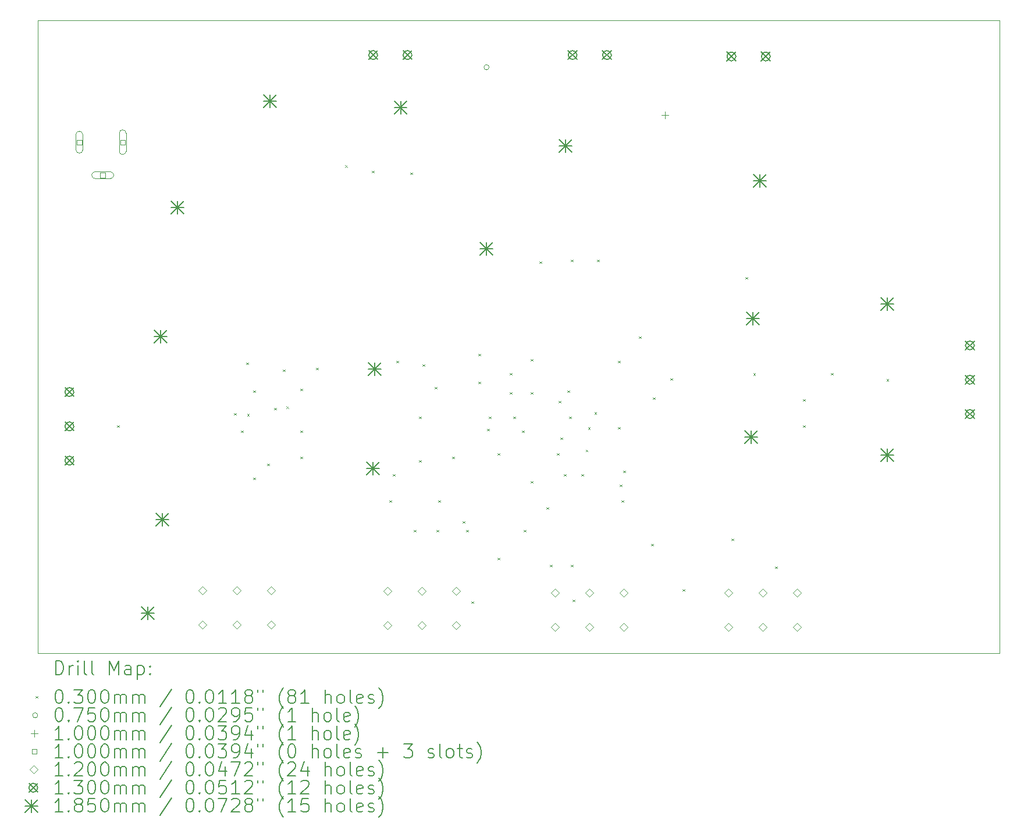
<source format=gbr>
%TF.GenerationSoftware,KiCad,Pcbnew,8.0.8*%
%TF.CreationDate,2025-03-09T17:06:29-04:00*%
%TF.ProjectId,PreAmpEQ,50726541-6d70-4455-912e-6b696361645f,1.1*%
%TF.SameCoordinates,Original*%
%TF.FileFunction,Drillmap*%
%TF.FilePolarity,Positive*%
%FSLAX45Y45*%
G04 Gerber Fmt 4.5, Leading zero omitted, Abs format (unit mm)*
G04 Created by KiCad (PCBNEW 8.0.8) date 2025-03-09 17:06:29*
%MOMM*%
%LPD*%
G01*
G04 APERTURE LIST*
%ADD10C,0.050000*%
%ADD11C,0.200000*%
%ADD12C,0.100000*%
%ADD13C,0.120000*%
%ADD14C,0.130000*%
%ADD15C,0.185000*%
G04 APERTURE END LIST*
D10*
X7975600Y-3962400D02*
X21971000Y-3962400D01*
X21971000Y-13182600D01*
X7975600Y-13182600D01*
X7975600Y-3962400D01*
D11*
D12*
X9129000Y-9865200D02*
X9159000Y-9895200D01*
X9159000Y-9865200D02*
X9129000Y-9895200D01*
X10830800Y-9687800D02*
X10860800Y-9717800D01*
X10860800Y-9687800D02*
X10830800Y-9717800D01*
X10932400Y-9941800D02*
X10962400Y-9971800D01*
X10962400Y-9941800D02*
X10932400Y-9971800D01*
X11008600Y-8951200D02*
X11038600Y-8981200D01*
X11038600Y-8951200D02*
X11008600Y-8981200D01*
X11021300Y-9700500D02*
X11051300Y-9730500D01*
X11051300Y-9700500D02*
X11021300Y-9730500D01*
X11110200Y-9357600D02*
X11140200Y-9387600D01*
X11140200Y-9357600D02*
X11110200Y-9387600D01*
X11110200Y-10627600D02*
X11140200Y-10657600D01*
X11140200Y-10627600D02*
X11110200Y-10657600D01*
X11313400Y-10424400D02*
X11343400Y-10454400D01*
X11343400Y-10424400D02*
X11313400Y-10454400D01*
X11415000Y-9611600D02*
X11445000Y-9641600D01*
X11445000Y-9611600D02*
X11415000Y-9641600D01*
X11542000Y-9052800D02*
X11572000Y-9082800D01*
X11572000Y-9052800D02*
X11542000Y-9082800D01*
X11592800Y-9590000D02*
X11622800Y-9620000D01*
X11622800Y-9590000D02*
X11592800Y-9620000D01*
X11796000Y-9332200D02*
X11826000Y-9362200D01*
X11826000Y-9332200D02*
X11796000Y-9362200D01*
X11796000Y-9941800D02*
X11826000Y-9971800D01*
X11826000Y-9941800D02*
X11796000Y-9971800D01*
X11796000Y-10322800D02*
X11826000Y-10352800D01*
X11826000Y-10322800D02*
X11796000Y-10352800D01*
X12024600Y-9027400D02*
X12054600Y-9057400D01*
X12054600Y-9027400D02*
X12024600Y-9057400D01*
X12444400Y-6075400D02*
X12474400Y-6105400D01*
X12474400Y-6075400D02*
X12444400Y-6105400D01*
X12837400Y-6157200D02*
X12867400Y-6187200D01*
X12867400Y-6157200D02*
X12837400Y-6187200D01*
X13091400Y-10957800D02*
X13121400Y-10987800D01*
X13121400Y-10957800D02*
X13091400Y-10987800D01*
X13142200Y-10576800D02*
X13172200Y-10606800D01*
X13172200Y-10576800D02*
X13142200Y-10606800D01*
X13193000Y-8925800D02*
X13223000Y-8955800D01*
X13223000Y-8925800D02*
X13193000Y-8955800D01*
X13396200Y-6182600D02*
X13426200Y-6212600D01*
X13426200Y-6182600D02*
X13396200Y-6212600D01*
X13447000Y-11389600D02*
X13477000Y-11419600D01*
X13477000Y-11389600D02*
X13447000Y-11419600D01*
X13523200Y-9738600D02*
X13553200Y-9768600D01*
X13553200Y-9738600D02*
X13523200Y-9768600D01*
X13523200Y-10373600D02*
X13553200Y-10403600D01*
X13553200Y-10373600D02*
X13523200Y-10403600D01*
X13574000Y-8976600D02*
X13604000Y-9006600D01*
X13604000Y-8976600D02*
X13574000Y-9006600D01*
X13751800Y-9306800D02*
X13781800Y-9336800D01*
X13781800Y-9306800D02*
X13751800Y-9336800D01*
X13777200Y-11389600D02*
X13807200Y-11419600D01*
X13807200Y-11389600D02*
X13777200Y-11419600D01*
X13802600Y-10957800D02*
X13832600Y-10987800D01*
X13832600Y-10957800D02*
X13802600Y-10987800D01*
X14005800Y-10322800D02*
X14035800Y-10352800D01*
X14035800Y-10322800D02*
X14005800Y-10352800D01*
X14158200Y-11262600D02*
X14188200Y-11292600D01*
X14188200Y-11262600D02*
X14158200Y-11292600D01*
X14209000Y-11389600D02*
X14239000Y-11419600D01*
X14239000Y-11389600D02*
X14209000Y-11419600D01*
X14285200Y-12431000D02*
X14315200Y-12461000D01*
X14315200Y-12431000D02*
X14285200Y-12461000D01*
X14386800Y-8824200D02*
X14416800Y-8854200D01*
X14416800Y-8824200D02*
X14386800Y-8854200D01*
X14386800Y-9230600D02*
X14416800Y-9260600D01*
X14416800Y-9230600D02*
X14386800Y-9260600D01*
X14513800Y-9916400D02*
X14543800Y-9946400D01*
X14543800Y-9916400D02*
X14513800Y-9946400D01*
X14539200Y-9738600D02*
X14569200Y-9768600D01*
X14569200Y-9738600D02*
X14539200Y-9768600D01*
X14666200Y-10272000D02*
X14696200Y-10302000D01*
X14696200Y-10272000D02*
X14666200Y-10302000D01*
X14666200Y-11796000D02*
X14696200Y-11826000D01*
X14696200Y-11796000D02*
X14666200Y-11826000D01*
X14844000Y-9103600D02*
X14874000Y-9133600D01*
X14874000Y-9103600D02*
X14844000Y-9133600D01*
X14844000Y-9383000D02*
X14874000Y-9413000D01*
X14874000Y-9383000D02*
X14844000Y-9413000D01*
X14894800Y-9738600D02*
X14924800Y-9768600D01*
X14924800Y-9738600D02*
X14894800Y-9768600D01*
X15021800Y-9941800D02*
X15051800Y-9971800D01*
X15051800Y-9941800D02*
X15021800Y-9971800D01*
X15047200Y-11389600D02*
X15077200Y-11419600D01*
X15077200Y-11389600D02*
X15047200Y-11419600D01*
X15148800Y-8900400D02*
X15178800Y-8930400D01*
X15178800Y-8900400D02*
X15148800Y-8930400D01*
X15148800Y-9383000D02*
X15178800Y-9413000D01*
X15178800Y-9383000D02*
X15148800Y-9413000D01*
X15148800Y-10678400D02*
X15178800Y-10708400D01*
X15178800Y-10678400D02*
X15148800Y-10708400D01*
X15275800Y-7478000D02*
X15305800Y-7508000D01*
X15305800Y-7478000D02*
X15275800Y-7508000D01*
X15377400Y-11059400D02*
X15407400Y-11089400D01*
X15407400Y-11059400D02*
X15377400Y-11089400D01*
X15428200Y-11897600D02*
X15458200Y-11927600D01*
X15458200Y-11897600D02*
X15428200Y-11927600D01*
X15529800Y-10272000D02*
X15559800Y-10302000D01*
X15559800Y-10272000D02*
X15529800Y-10302000D01*
X15555200Y-9510000D02*
X15585200Y-9540000D01*
X15585200Y-9510000D02*
X15555200Y-9540000D01*
X15580600Y-10043400D02*
X15610600Y-10073400D01*
X15610600Y-10043400D02*
X15580600Y-10073400D01*
X15631400Y-10576800D02*
X15661400Y-10606800D01*
X15661400Y-10576800D02*
X15631400Y-10606800D01*
X15682200Y-9357600D02*
X15712200Y-9387600D01*
X15712200Y-9357600D02*
X15682200Y-9387600D01*
X15707600Y-9738600D02*
X15737600Y-9768600D01*
X15737600Y-9738600D02*
X15707600Y-9768600D01*
X15733000Y-7452600D02*
X15763000Y-7482600D01*
X15763000Y-7452600D02*
X15733000Y-7482600D01*
X15733000Y-11897600D02*
X15763000Y-11927600D01*
X15763000Y-11897600D02*
X15733000Y-11927600D01*
X15758400Y-12405600D02*
X15788400Y-12435600D01*
X15788400Y-12405600D02*
X15758400Y-12435600D01*
X15885400Y-10576800D02*
X15915400Y-10606800D01*
X15915400Y-10576800D02*
X15885400Y-10606800D01*
X15948900Y-10221200D02*
X15978900Y-10251200D01*
X15978900Y-10221200D02*
X15948900Y-10251200D01*
X15981200Y-9893150D02*
X16011200Y-9923150D01*
X16011200Y-9893150D02*
X15981200Y-9923150D01*
X16075900Y-9675100D02*
X16105900Y-9705100D01*
X16105900Y-9675100D02*
X16075900Y-9705100D01*
X16114000Y-7452600D02*
X16144000Y-7482600D01*
X16144000Y-7452600D02*
X16114000Y-7482600D01*
X16418800Y-8925800D02*
X16448800Y-8955800D01*
X16448800Y-8925800D02*
X16418800Y-8955800D01*
X16418800Y-9891000D02*
X16448800Y-9921000D01*
X16448800Y-9891000D02*
X16418800Y-9921000D01*
X16444200Y-10729200D02*
X16474200Y-10759200D01*
X16474200Y-10729200D02*
X16444200Y-10759200D01*
X16469600Y-10957800D02*
X16499600Y-10987800D01*
X16499600Y-10957800D02*
X16469600Y-10987800D01*
X16495000Y-10526000D02*
X16525000Y-10556000D01*
X16525000Y-10526000D02*
X16495000Y-10556000D01*
X16723600Y-8570200D02*
X16753600Y-8600200D01*
X16753600Y-8570200D02*
X16723600Y-8600200D01*
X16901400Y-11592800D02*
X16931400Y-11622800D01*
X16931400Y-11592800D02*
X16901400Y-11622800D01*
X16926800Y-9459200D02*
X16956800Y-9489200D01*
X16956800Y-9459200D02*
X16926800Y-9489200D01*
X17180800Y-9179800D02*
X17210800Y-9209800D01*
X17210800Y-9179800D02*
X17180800Y-9209800D01*
X17358600Y-12253200D02*
X17388600Y-12283200D01*
X17388600Y-12253200D02*
X17358600Y-12283200D01*
X18069800Y-11516600D02*
X18099800Y-11546600D01*
X18099800Y-11516600D02*
X18069800Y-11546600D01*
X18273000Y-7706600D02*
X18303000Y-7736600D01*
X18303000Y-7706600D02*
X18273000Y-7736600D01*
X18384950Y-9105200D02*
X18414950Y-9135200D01*
X18414950Y-9105200D02*
X18384950Y-9135200D01*
X18704800Y-11923000D02*
X18734800Y-11953000D01*
X18734800Y-11923000D02*
X18704800Y-11953000D01*
X19111200Y-9484600D02*
X19141200Y-9514600D01*
X19141200Y-9484600D02*
X19111200Y-9514600D01*
X19111200Y-9865600D02*
X19141200Y-9895600D01*
X19141200Y-9865600D02*
X19111200Y-9895600D01*
X19517600Y-9103600D02*
X19547600Y-9133600D01*
X19547600Y-9103600D02*
X19517600Y-9133600D01*
X20323000Y-9190700D02*
X20353000Y-9220700D01*
X20353000Y-9190700D02*
X20323000Y-9220700D01*
X14540900Y-4648200D02*
G75*
G02*
X14465900Y-4648200I-37500J0D01*
G01*
X14465900Y-4648200D02*
G75*
G02*
X14540900Y-4648200I37500J0D01*
G01*
X17103400Y-5293200D02*
X17103400Y-5393200D01*
X17053400Y-5343200D02*
X17153400Y-5343200D01*
X8613756Y-5775756D02*
X8613756Y-5705044D01*
X8543044Y-5705044D01*
X8543044Y-5775756D01*
X8613756Y-5775756D01*
X8528400Y-5630400D02*
X8528400Y-5850400D01*
X8628400Y-5850400D02*
G75*
G02*
X8528400Y-5850400I-50000J0D01*
G01*
X8628400Y-5850400D02*
X8628400Y-5630400D01*
X8628400Y-5630400D02*
G75*
G03*
X8528400Y-5630400I-50000J0D01*
G01*
X8953756Y-6255756D02*
X8953756Y-6185044D01*
X8883044Y-6185044D01*
X8883044Y-6255756D01*
X8953756Y-6255756D01*
X9028400Y-6170400D02*
X8808400Y-6170400D01*
X8808400Y-6270400D02*
G75*
G02*
X8808400Y-6170400I0J50000D01*
G01*
X8808400Y-6270400D02*
X9028400Y-6270400D01*
X9028400Y-6270400D02*
G75*
G03*
X9028400Y-6170400I0J50000D01*
G01*
X9243756Y-5775756D02*
X9243756Y-5705044D01*
X9173044Y-5705044D01*
X9173044Y-5775756D01*
X9243756Y-5775756D01*
X9158400Y-5610400D02*
X9158400Y-5870400D01*
X9258400Y-5870400D02*
G75*
G02*
X9158400Y-5870400I-50000J0D01*
G01*
X9258400Y-5870400D02*
X9258400Y-5610400D01*
X9258400Y-5610400D02*
G75*
G03*
X9158400Y-5610400I-50000J0D01*
G01*
D13*
X10371200Y-12328200D02*
X10431200Y-12268200D01*
X10371200Y-12208200D01*
X10311200Y-12268200D01*
X10371200Y-12328200D01*
X10371200Y-12828200D02*
X10431200Y-12768200D01*
X10371200Y-12708200D01*
X10311200Y-12768200D01*
X10371200Y-12828200D01*
X10871200Y-12328200D02*
X10931200Y-12268200D01*
X10871200Y-12208200D01*
X10811200Y-12268200D01*
X10871200Y-12328200D01*
X10871200Y-12828200D02*
X10931200Y-12768200D01*
X10871200Y-12708200D01*
X10811200Y-12768200D01*
X10871200Y-12828200D01*
X11371200Y-12328200D02*
X11431200Y-12268200D01*
X11371200Y-12208200D01*
X11311200Y-12268200D01*
X11371200Y-12328200D01*
X11371200Y-12828200D02*
X11431200Y-12768200D01*
X11371200Y-12708200D01*
X11311200Y-12768200D01*
X11371200Y-12828200D01*
X13063600Y-12336200D02*
X13123600Y-12276200D01*
X13063600Y-12216200D01*
X13003600Y-12276200D01*
X13063600Y-12336200D01*
X13063600Y-12836200D02*
X13123600Y-12776200D01*
X13063600Y-12716200D01*
X13003600Y-12776200D01*
X13063600Y-12836200D01*
X13563600Y-12336200D02*
X13623600Y-12276200D01*
X13563600Y-12216200D01*
X13503600Y-12276200D01*
X13563600Y-12336200D01*
X13563600Y-12836200D02*
X13623600Y-12776200D01*
X13563600Y-12716200D01*
X13503600Y-12776200D01*
X13563600Y-12836200D01*
X14063600Y-12336200D02*
X14123600Y-12276200D01*
X14063600Y-12216200D01*
X14003600Y-12276200D01*
X14063600Y-12336200D01*
X14063600Y-12836200D02*
X14123600Y-12776200D01*
X14063600Y-12716200D01*
X14003600Y-12776200D01*
X14063600Y-12836200D01*
X15502000Y-12361600D02*
X15562000Y-12301600D01*
X15502000Y-12241600D01*
X15442000Y-12301600D01*
X15502000Y-12361600D01*
X15502000Y-12861600D02*
X15562000Y-12801600D01*
X15502000Y-12741600D01*
X15442000Y-12801600D01*
X15502000Y-12861600D01*
X16002000Y-12361600D02*
X16062000Y-12301600D01*
X16002000Y-12241600D01*
X15942000Y-12301600D01*
X16002000Y-12361600D01*
X16002000Y-12861600D02*
X16062000Y-12801600D01*
X16002000Y-12741600D01*
X15942000Y-12801600D01*
X16002000Y-12861600D01*
X16502000Y-12361600D02*
X16562000Y-12301600D01*
X16502000Y-12241600D01*
X16442000Y-12301600D01*
X16502000Y-12361600D01*
X16502000Y-12861600D02*
X16562000Y-12801600D01*
X16502000Y-12741600D01*
X16442000Y-12801600D01*
X16502000Y-12861600D01*
X18024600Y-12361600D02*
X18084600Y-12301600D01*
X18024600Y-12241600D01*
X17964600Y-12301600D01*
X18024600Y-12361600D01*
X18024600Y-12861600D02*
X18084600Y-12801600D01*
X18024600Y-12741600D01*
X17964600Y-12801600D01*
X18024600Y-12861600D01*
X18524600Y-12361600D02*
X18584600Y-12301600D01*
X18524600Y-12241600D01*
X18464600Y-12301600D01*
X18524600Y-12361600D01*
X18524600Y-12861600D02*
X18584600Y-12801600D01*
X18524600Y-12741600D01*
X18464600Y-12801600D01*
X18524600Y-12861600D01*
X19024600Y-12361600D02*
X19084600Y-12301600D01*
X19024600Y-12241600D01*
X18964600Y-12301600D01*
X19024600Y-12361600D01*
X19024600Y-12861600D02*
X19084600Y-12801600D01*
X19024600Y-12741600D01*
X18964600Y-12801600D01*
X19024600Y-12861600D01*
D14*
X8368600Y-9315200D02*
X8498600Y-9445200D01*
X8498600Y-9315200D02*
X8368600Y-9445200D01*
X8498600Y-9380200D02*
G75*
G02*
X8368600Y-9380200I-65000J0D01*
G01*
X8368600Y-9380200D02*
G75*
G02*
X8498600Y-9380200I65000J0D01*
G01*
X8368600Y-9815200D02*
X8498600Y-9945200D01*
X8498600Y-9815200D02*
X8368600Y-9945200D01*
X8498600Y-9880200D02*
G75*
G02*
X8368600Y-9880200I-65000J0D01*
G01*
X8368600Y-9880200D02*
G75*
G02*
X8498600Y-9880200I65000J0D01*
G01*
X8368600Y-10315200D02*
X8498600Y-10445200D01*
X8498600Y-10315200D02*
X8368600Y-10445200D01*
X8498600Y-10380200D02*
G75*
G02*
X8368600Y-10380200I-65000J0D01*
G01*
X8368600Y-10380200D02*
G75*
G02*
X8498600Y-10380200I65000J0D01*
G01*
X12788400Y-4405400D02*
X12918400Y-4535400D01*
X12918400Y-4405400D02*
X12788400Y-4535400D01*
X12918400Y-4470400D02*
G75*
G02*
X12788400Y-4470400I-65000J0D01*
G01*
X12788400Y-4470400D02*
G75*
G02*
X12918400Y-4470400I65000J0D01*
G01*
X13288400Y-4405400D02*
X13418400Y-4535400D01*
X13418400Y-4405400D02*
X13288400Y-4535400D01*
X13418400Y-4470400D02*
G75*
G02*
X13288400Y-4470400I-65000J0D01*
G01*
X13288400Y-4470400D02*
G75*
G02*
X13418400Y-4470400I65000J0D01*
G01*
X15691000Y-4405400D02*
X15821000Y-4535400D01*
X15821000Y-4405400D02*
X15691000Y-4535400D01*
X15821000Y-4470400D02*
G75*
G02*
X15691000Y-4470400I-65000J0D01*
G01*
X15691000Y-4470400D02*
G75*
G02*
X15821000Y-4470400I65000J0D01*
G01*
X16191000Y-4405400D02*
X16321000Y-4535400D01*
X16321000Y-4405400D02*
X16191000Y-4535400D01*
X16321000Y-4470400D02*
G75*
G02*
X16191000Y-4470400I-65000J0D01*
G01*
X16191000Y-4470400D02*
G75*
G02*
X16321000Y-4470400I65000J0D01*
G01*
X18002400Y-4425400D02*
X18132400Y-4555400D01*
X18132400Y-4425400D02*
X18002400Y-4555400D01*
X18132400Y-4490400D02*
G75*
G02*
X18002400Y-4490400I-65000J0D01*
G01*
X18002400Y-4490400D02*
G75*
G02*
X18132400Y-4490400I65000J0D01*
G01*
X18502400Y-4425400D02*
X18632400Y-4555400D01*
X18632400Y-4425400D02*
X18502400Y-4555400D01*
X18632400Y-4490400D02*
G75*
G02*
X18502400Y-4490400I-65000J0D01*
G01*
X18502400Y-4490400D02*
G75*
G02*
X18632400Y-4490400I65000J0D01*
G01*
X21473000Y-8635450D02*
X21603000Y-8765450D01*
X21603000Y-8635450D02*
X21473000Y-8765450D01*
X21603000Y-8700450D02*
G75*
G02*
X21473000Y-8700450I-65000J0D01*
G01*
X21473000Y-8700450D02*
G75*
G02*
X21603000Y-8700450I65000J0D01*
G01*
X21473000Y-9135450D02*
X21603000Y-9265450D01*
X21603000Y-9135450D02*
X21473000Y-9265450D01*
X21603000Y-9200450D02*
G75*
G02*
X21473000Y-9200450I-65000J0D01*
G01*
X21473000Y-9200450D02*
G75*
G02*
X21603000Y-9200450I65000J0D01*
G01*
X21473000Y-9635450D02*
X21603000Y-9765450D01*
X21603000Y-9635450D02*
X21473000Y-9765450D01*
X21603000Y-9700450D02*
G75*
G02*
X21473000Y-9700450I-65000J0D01*
G01*
X21473000Y-9700450D02*
G75*
G02*
X21603000Y-9700450I65000J0D01*
G01*
D15*
X9483300Y-12505900D02*
X9668300Y-12690900D01*
X9668300Y-12505900D02*
X9483300Y-12690900D01*
X9575800Y-12505900D02*
X9575800Y-12690900D01*
X9483300Y-12598400D02*
X9668300Y-12598400D01*
X9666450Y-8480100D02*
X9851450Y-8665100D01*
X9851450Y-8480100D02*
X9666450Y-8665100D01*
X9758950Y-8480100D02*
X9758950Y-8665100D01*
X9666450Y-8572600D02*
X9851450Y-8572600D01*
X9691850Y-11146100D02*
X9876850Y-11331100D01*
X9876850Y-11146100D02*
X9691850Y-11331100D01*
X9784350Y-11146100D02*
X9784350Y-11331100D01*
X9691850Y-11238600D02*
X9876850Y-11238600D01*
X9910900Y-6597900D02*
X10095900Y-6782900D01*
X10095900Y-6597900D02*
X9910900Y-6782900D01*
X10003400Y-6597900D02*
X10003400Y-6782900D01*
X9910900Y-6690400D02*
X10095900Y-6690400D01*
X11260900Y-5047900D02*
X11445900Y-5232900D01*
X11445900Y-5047900D02*
X11260900Y-5232900D01*
X11353400Y-5047900D02*
X11353400Y-5232900D01*
X11260900Y-5140400D02*
X11445900Y-5140400D01*
X12759900Y-10397700D02*
X12944900Y-10582700D01*
X12944900Y-10397700D02*
X12759900Y-10582700D01*
X12852400Y-10397700D02*
X12852400Y-10582700D01*
X12759900Y-10490200D02*
X12944900Y-10490200D01*
X12785300Y-8949900D02*
X12970300Y-9134900D01*
X12970300Y-8949900D02*
X12785300Y-9134900D01*
X12877800Y-8949900D02*
X12877800Y-9134900D01*
X12785300Y-9042400D02*
X12970300Y-9042400D01*
X13160900Y-5139900D02*
X13345900Y-5324900D01*
X13345900Y-5139900D02*
X13160900Y-5324900D01*
X13253400Y-5139900D02*
X13253400Y-5324900D01*
X13160900Y-5232400D02*
X13345900Y-5232400D01*
X14410900Y-7197900D02*
X14595900Y-7382900D01*
X14595900Y-7197900D02*
X14410900Y-7382900D01*
X14503400Y-7197900D02*
X14503400Y-7382900D01*
X14410900Y-7290400D02*
X14595900Y-7290400D01*
X15560900Y-5697900D02*
X15745900Y-5882900D01*
X15745900Y-5697900D02*
X15560900Y-5882900D01*
X15653400Y-5697900D02*
X15653400Y-5882900D01*
X15560900Y-5790400D02*
X15745900Y-5790400D01*
X18264300Y-9943300D02*
X18449300Y-10128300D01*
X18449300Y-9943300D02*
X18264300Y-10128300D01*
X18356800Y-9943300D02*
X18356800Y-10128300D01*
X18264300Y-10035800D02*
X18449300Y-10035800D01*
X18289700Y-8216100D02*
X18474700Y-8401100D01*
X18474700Y-8216100D02*
X18289700Y-8401100D01*
X18382200Y-8216100D02*
X18382200Y-8401100D01*
X18289700Y-8308600D02*
X18474700Y-8308600D01*
X18392300Y-6206700D02*
X18577300Y-6391700D01*
X18577300Y-6206700D02*
X18392300Y-6391700D01*
X18484800Y-6206700D02*
X18484800Y-6391700D01*
X18392300Y-6299200D02*
X18577300Y-6299200D01*
X20245500Y-8002700D02*
X20430500Y-8187700D01*
X20430500Y-8002700D02*
X20245500Y-8187700D01*
X20338000Y-8002700D02*
X20338000Y-8187700D01*
X20245500Y-8095200D02*
X20430500Y-8095200D01*
X20245500Y-10202700D02*
X20430500Y-10387700D01*
X20430500Y-10202700D02*
X20245500Y-10387700D01*
X20338000Y-10202700D02*
X20338000Y-10387700D01*
X20245500Y-10295200D02*
X20430500Y-10295200D01*
D11*
X8233877Y-13496584D02*
X8233877Y-13296584D01*
X8233877Y-13296584D02*
X8281496Y-13296584D01*
X8281496Y-13296584D02*
X8310067Y-13306108D01*
X8310067Y-13306108D02*
X8329115Y-13325155D01*
X8329115Y-13325155D02*
X8338639Y-13344203D01*
X8338639Y-13344203D02*
X8348162Y-13382298D01*
X8348162Y-13382298D02*
X8348162Y-13410869D01*
X8348162Y-13410869D02*
X8338639Y-13448965D01*
X8338639Y-13448965D02*
X8329115Y-13468012D01*
X8329115Y-13468012D02*
X8310067Y-13487060D01*
X8310067Y-13487060D02*
X8281496Y-13496584D01*
X8281496Y-13496584D02*
X8233877Y-13496584D01*
X8433877Y-13496584D02*
X8433877Y-13363250D01*
X8433877Y-13401346D02*
X8443401Y-13382298D01*
X8443401Y-13382298D02*
X8452924Y-13372774D01*
X8452924Y-13372774D02*
X8471972Y-13363250D01*
X8471972Y-13363250D02*
X8491020Y-13363250D01*
X8557686Y-13496584D02*
X8557686Y-13363250D01*
X8557686Y-13296584D02*
X8548163Y-13306108D01*
X8548163Y-13306108D02*
X8557686Y-13315631D01*
X8557686Y-13315631D02*
X8567210Y-13306108D01*
X8567210Y-13306108D02*
X8557686Y-13296584D01*
X8557686Y-13296584D02*
X8557686Y-13315631D01*
X8681496Y-13496584D02*
X8662448Y-13487060D01*
X8662448Y-13487060D02*
X8652924Y-13468012D01*
X8652924Y-13468012D02*
X8652924Y-13296584D01*
X8786258Y-13496584D02*
X8767210Y-13487060D01*
X8767210Y-13487060D02*
X8757686Y-13468012D01*
X8757686Y-13468012D02*
X8757686Y-13296584D01*
X9014829Y-13496584D02*
X9014829Y-13296584D01*
X9014829Y-13296584D02*
X9081496Y-13439441D01*
X9081496Y-13439441D02*
X9148163Y-13296584D01*
X9148163Y-13296584D02*
X9148163Y-13496584D01*
X9329115Y-13496584D02*
X9329115Y-13391822D01*
X9329115Y-13391822D02*
X9319591Y-13372774D01*
X9319591Y-13372774D02*
X9300544Y-13363250D01*
X9300544Y-13363250D02*
X9262448Y-13363250D01*
X9262448Y-13363250D02*
X9243401Y-13372774D01*
X9329115Y-13487060D02*
X9310067Y-13496584D01*
X9310067Y-13496584D02*
X9262448Y-13496584D01*
X9262448Y-13496584D02*
X9243401Y-13487060D01*
X9243401Y-13487060D02*
X9233877Y-13468012D01*
X9233877Y-13468012D02*
X9233877Y-13448965D01*
X9233877Y-13448965D02*
X9243401Y-13429917D01*
X9243401Y-13429917D02*
X9262448Y-13420393D01*
X9262448Y-13420393D02*
X9310067Y-13420393D01*
X9310067Y-13420393D02*
X9329115Y-13410869D01*
X9424353Y-13363250D02*
X9424353Y-13563250D01*
X9424353Y-13372774D02*
X9443401Y-13363250D01*
X9443401Y-13363250D02*
X9481496Y-13363250D01*
X9481496Y-13363250D02*
X9500544Y-13372774D01*
X9500544Y-13372774D02*
X9510067Y-13382298D01*
X9510067Y-13382298D02*
X9519591Y-13401346D01*
X9519591Y-13401346D02*
X9519591Y-13458488D01*
X9519591Y-13458488D02*
X9510067Y-13477536D01*
X9510067Y-13477536D02*
X9500544Y-13487060D01*
X9500544Y-13487060D02*
X9481496Y-13496584D01*
X9481496Y-13496584D02*
X9443401Y-13496584D01*
X9443401Y-13496584D02*
X9424353Y-13487060D01*
X9605305Y-13477536D02*
X9614829Y-13487060D01*
X9614829Y-13487060D02*
X9605305Y-13496584D01*
X9605305Y-13496584D02*
X9595782Y-13487060D01*
X9595782Y-13487060D02*
X9605305Y-13477536D01*
X9605305Y-13477536D02*
X9605305Y-13496584D01*
X9605305Y-13372774D02*
X9614829Y-13382298D01*
X9614829Y-13382298D02*
X9605305Y-13391822D01*
X9605305Y-13391822D02*
X9595782Y-13382298D01*
X9595782Y-13382298D02*
X9605305Y-13372774D01*
X9605305Y-13372774D02*
X9605305Y-13391822D01*
D12*
X7943100Y-13810100D02*
X7973100Y-13840100D01*
X7973100Y-13810100D02*
X7943100Y-13840100D01*
D11*
X8271972Y-13716584D02*
X8291020Y-13716584D01*
X8291020Y-13716584D02*
X8310067Y-13726108D01*
X8310067Y-13726108D02*
X8319591Y-13735631D01*
X8319591Y-13735631D02*
X8329115Y-13754679D01*
X8329115Y-13754679D02*
X8338639Y-13792774D01*
X8338639Y-13792774D02*
X8338639Y-13840393D01*
X8338639Y-13840393D02*
X8329115Y-13878488D01*
X8329115Y-13878488D02*
X8319591Y-13897536D01*
X8319591Y-13897536D02*
X8310067Y-13907060D01*
X8310067Y-13907060D02*
X8291020Y-13916584D01*
X8291020Y-13916584D02*
X8271972Y-13916584D01*
X8271972Y-13916584D02*
X8252924Y-13907060D01*
X8252924Y-13907060D02*
X8243401Y-13897536D01*
X8243401Y-13897536D02*
X8233877Y-13878488D01*
X8233877Y-13878488D02*
X8224353Y-13840393D01*
X8224353Y-13840393D02*
X8224353Y-13792774D01*
X8224353Y-13792774D02*
X8233877Y-13754679D01*
X8233877Y-13754679D02*
X8243401Y-13735631D01*
X8243401Y-13735631D02*
X8252924Y-13726108D01*
X8252924Y-13726108D02*
X8271972Y-13716584D01*
X8424353Y-13897536D02*
X8433877Y-13907060D01*
X8433877Y-13907060D02*
X8424353Y-13916584D01*
X8424353Y-13916584D02*
X8414829Y-13907060D01*
X8414829Y-13907060D02*
X8424353Y-13897536D01*
X8424353Y-13897536D02*
X8424353Y-13916584D01*
X8500544Y-13716584D02*
X8624353Y-13716584D01*
X8624353Y-13716584D02*
X8557686Y-13792774D01*
X8557686Y-13792774D02*
X8586258Y-13792774D01*
X8586258Y-13792774D02*
X8605305Y-13802298D01*
X8605305Y-13802298D02*
X8614829Y-13811822D01*
X8614829Y-13811822D02*
X8624353Y-13830869D01*
X8624353Y-13830869D02*
X8624353Y-13878488D01*
X8624353Y-13878488D02*
X8614829Y-13897536D01*
X8614829Y-13897536D02*
X8605305Y-13907060D01*
X8605305Y-13907060D02*
X8586258Y-13916584D01*
X8586258Y-13916584D02*
X8529115Y-13916584D01*
X8529115Y-13916584D02*
X8510067Y-13907060D01*
X8510067Y-13907060D02*
X8500544Y-13897536D01*
X8748163Y-13716584D02*
X8767210Y-13716584D01*
X8767210Y-13716584D02*
X8786258Y-13726108D01*
X8786258Y-13726108D02*
X8795782Y-13735631D01*
X8795782Y-13735631D02*
X8805305Y-13754679D01*
X8805305Y-13754679D02*
X8814829Y-13792774D01*
X8814829Y-13792774D02*
X8814829Y-13840393D01*
X8814829Y-13840393D02*
X8805305Y-13878488D01*
X8805305Y-13878488D02*
X8795782Y-13897536D01*
X8795782Y-13897536D02*
X8786258Y-13907060D01*
X8786258Y-13907060D02*
X8767210Y-13916584D01*
X8767210Y-13916584D02*
X8748163Y-13916584D01*
X8748163Y-13916584D02*
X8729115Y-13907060D01*
X8729115Y-13907060D02*
X8719591Y-13897536D01*
X8719591Y-13897536D02*
X8710067Y-13878488D01*
X8710067Y-13878488D02*
X8700544Y-13840393D01*
X8700544Y-13840393D02*
X8700544Y-13792774D01*
X8700544Y-13792774D02*
X8710067Y-13754679D01*
X8710067Y-13754679D02*
X8719591Y-13735631D01*
X8719591Y-13735631D02*
X8729115Y-13726108D01*
X8729115Y-13726108D02*
X8748163Y-13716584D01*
X8938639Y-13716584D02*
X8957686Y-13716584D01*
X8957686Y-13716584D02*
X8976734Y-13726108D01*
X8976734Y-13726108D02*
X8986258Y-13735631D01*
X8986258Y-13735631D02*
X8995782Y-13754679D01*
X8995782Y-13754679D02*
X9005305Y-13792774D01*
X9005305Y-13792774D02*
X9005305Y-13840393D01*
X9005305Y-13840393D02*
X8995782Y-13878488D01*
X8995782Y-13878488D02*
X8986258Y-13897536D01*
X8986258Y-13897536D02*
X8976734Y-13907060D01*
X8976734Y-13907060D02*
X8957686Y-13916584D01*
X8957686Y-13916584D02*
X8938639Y-13916584D01*
X8938639Y-13916584D02*
X8919591Y-13907060D01*
X8919591Y-13907060D02*
X8910067Y-13897536D01*
X8910067Y-13897536D02*
X8900544Y-13878488D01*
X8900544Y-13878488D02*
X8891020Y-13840393D01*
X8891020Y-13840393D02*
X8891020Y-13792774D01*
X8891020Y-13792774D02*
X8900544Y-13754679D01*
X8900544Y-13754679D02*
X8910067Y-13735631D01*
X8910067Y-13735631D02*
X8919591Y-13726108D01*
X8919591Y-13726108D02*
X8938639Y-13716584D01*
X9091020Y-13916584D02*
X9091020Y-13783250D01*
X9091020Y-13802298D02*
X9100544Y-13792774D01*
X9100544Y-13792774D02*
X9119591Y-13783250D01*
X9119591Y-13783250D02*
X9148163Y-13783250D01*
X9148163Y-13783250D02*
X9167210Y-13792774D01*
X9167210Y-13792774D02*
X9176734Y-13811822D01*
X9176734Y-13811822D02*
X9176734Y-13916584D01*
X9176734Y-13811822D02*
X9186258Y-13792774D01*
X9186258Y-13792774D02*
X9205305Y-13783250D01*
X9205305Y-13783250D02*
X9233877Y-13783250D01*
X9233877Y-13783250D02*
X9252925Y-13792774D01*
X9252925Y-13792774D02*
X9262448Y-13811822D01*
X9262448Y-13811822D02*
X9262448Y-13916584D01*
X9357686Y-13916584D02*
X9357686Y-13783250D01*
X9357686Y-13802298D02*
X9367210Y-13792774D01*
X9367210Y-13792774D02*
X9386258Y-13783250D01*
X9386258Y-13783250D02*
X9414829Y-13783250D01*
X9414829Y-13783250D02*
X9433877Y-13792774D01*
X9433877Y-13792774D02*
X9443401Y-13811822D01*
X9443401Y-13811822D02*
X9443401Y-13916584D01*
X9443401Y-13811822D02*
X9452925Y-13792774D01*
X9452925Y-13792774D02*
X9471972Y-13783250D01*
X9471972Y-13783250D02*
X9500544Y-13783250D01*
X9500544Y-13783250D02*
X9519591Y-13792774D01*
X9519591Y-13792774D02*
X9529115Y-13811822D01*
X9529115Y-13811822D02*
X9529115Y-13916584D01*
X9919591Y-13707060D02*
X9748163Y-13964203D01*
X10176734Y-13716584D02*
X10195782Y-13716584D01*
X10195782Y-13716584D02*
X10214829Y-13726108D01*
X10214829Y-13726108D02*
X10224353Y-13735631D01*
X10224353Y-13735631D02*
X10233877Y-13754679D01*
X10233877Y-13754679D02*
X10243401Y-13792774D01*
X10243401Y-13792774D02*
X10243401Y-13840393D01*
X10243401Y-13840393D02*
X10233877Y-13878488D01*
X10233877Y-13878488D02*
X10224353Y-13897536D01*
X10224353Y-13897536D02*
X10214829Y-13907060D01*
X10214829Y-13907060D02*
X10195782Y-13916584D01*
X10195782Y-13916584D02*
X10176734Y-13916584D01*
X10176734Y-13916584D02*
X10157687Y-13907060D01*
X10157687Y-13907060D02*
X10148163Y-13897536D01*
X10148163Y-13897536D02*
X10138639Y-13878488D01*
X10138639Y-13878488D02*
X10129115Y-13840393D01*
X10129115Y-13840393D02*
X10129115Y-13792774D01*
X10129115Y-13792774D02*
X10138639Y-13754679D01*
X10138639Y-13754679D02*
X10148163Y-13735631D01*
X10148163Y-13735631D02*
X10157687Y-13726108D01*
X10157687Y-13726108D02*
X10176734Y-13716584D01*
X10329115Y-13897536D02*
X10338639Y-13907060D01*
X10338639Y-13907060D02*
X10329115Y-13916584D01*
X10329115Y-13916584D02*
X10319591Y-13907060D01*
X10319591Y-13907060D02*
X10329115Y-13897536D01*
X10329115Y-13897536D02*
X10329115Y-13916584D01*
X10462448Y-13716584D02*
X10481496Y-13716584D01*
X10481496Y-13716584D02*
X10500544Y-13726108D01*
X10500544Y-13726108D02*
X10510068Y-13735631D01*
X10510068Y-13735631D02*
X10519591Y-13754679D01*
X10519591Y-13754679D02*
X10529115Y-13792774D01*
X10529115Y-13792774D02*
X10529115Y-13840393D01*
X10529115Y-13840393D02*
X10519591Y-13878488D01*
X10519591Y-13878488D02*
X10510068Y-13897536D01*
X10510068Y-13897536D02*
X10500544Y-13907060D01*
X10500544Y-13907060D02*
X10481496Y-13916584D01*
X10481496Y-13916584D02*
X10462448Y-13916584D01*
X10462448Y-13916584D02*
X10443401Y-13907060D01*
X10443401Y-13907060D02*
X10433877Y-13897536D01*
X10433877Y-13897536D02*
X10424353Y-13878488D01*
X10424353Y-13878488D02*
X10414829Y-13840393D01*
X10414829Y-13840393D02*
X10414829Y-13792774D01*
X10414829Y-13792774D02*
X10424353Y-13754679D01*
X10424353Y-13754679D02*
X10433877Y-13735631D01*
X10433877Y-13735631D02*
X10443401Y-13726108D01*
X10443401Y-13726108D02*
X10462448Y-13716584D01*
X10719591Y-13916584D02*
X10605306Y-13916584D01*
X10662448Y-13916584D02*
X10662448Y-13716584D01*
X10662448Y-13716584D02*
X10643401Y-13745155D01*
X10643401Y-13745155D02*
X10624353Y-13764203D01*
X10624353Y-13764203D02*
X10605306Y-13773727D01*
X10910068Y-13916584D02*
X10795782Y-13916584D01*
X10852925Y-13916584D02*
X10852925Y-13716584D01*
X10852925Y-13716584D02*
X10833877Y-13745155D01*
X10833877Y-13745155D02*
X10814829Y-13764203D01*
X10814829Y-13764203D02*
X10795782Y-13773727D01*
X11024353Y-13802298D02*
X11005306Y-13792774D01*
X11005306Y-13792774D02*
X10995782Y-13783250D01*
X10995782Y-13783250D02*
X10986258Y-13764203D01*
X10986258Y-13764203D02*
X10986258Y-13754679D01*
X10986258Y-13754679D02*
X10995782Y-13735631D01*
X10995782Y-13735631D02*
X11005306Y-13726108D01*
X11005306Y-13726108D02*
X11024353Y-13716584D01*
X11024353Y-13716584D02*
X11062449Y-13716584D01*
X11062449Y-13716584D02*
X11081496Y-13726108D01*
X11081496Y-13726108D02*
X11091020Y-13735631D01*
X11091020Y-13735631D02*
X11100544Y-13754679D01*
X11100544Y-13754679D02*
X11100544Y-13764203D01*
X11100544Y-13764203D02*
X11091020Y-13783250D01*
X11091020Y-13783250D02*
X11081496Y-13792774D01*
X11081496Y-13792774D02*
X11062449Y-13802298D01*
X11062449Y-13802298D02*
X11024353Y-13802298D01*
X11024353Y-13802298D02*
X11005306Y-13811822D01*
X11005306Y-13811822D02*
X10995782Y-13821346D01*
X10995782Y-13821346D02*
X10986258Y-13840393D01*
X10986258Y-13840393D02*
X10986258Y-13878488D01*
X10986258Y-13878488D02*
X10995782Y-13897536D01*
X10995782Y-13897536D02*
X11005306Y-13907060D01*
X11005306Y-13907060D02*
X11024353Y-13916584D01*
X11024353Y-13916584D02*
X11062449Y-13916584D01*
X11062449Y-13916584D02*
X11081496Y-13907060D01*
X11081496Y-13907060D02*
X11091020Y-13897536D01*
X11091020Y-13897536D02*
X11100544Y-13878488D01*
X11100544Y-13878488D02*
X11100544Y-13840393D01*
X11100544Y-13840393D02*
X11091020Y-13821346D01*
X11091020Y-13821346D02*
X11081496Y-13811822D01*
X11081496Y-13811822D02*
X11062449Y-13802298D01*
X11176734Y-13716584D02*
X11176734Y-13754679D01*
X11252925Y-13716584D02*
X11252925Y-13754679D01*
X11548163Y-13992774D02*
X11538639Y-13983250D01*
X11538639Y-13983250D02*
X11519591Y-13954679D01*
X11519591Y-13954679D02*
X11510068Y-13935631D01*
X11510068Y-13935631D02*
X11500544Y-13907060D01*
X11500544Y-13907060D02*
X11491020Y-13859441D01*
X11491020Y-13859441D02*
X11491020Y-13821346D01*
X11491020Y-13821346D02*
X11500544Y-13773727D01*
X11500544Y-13773727D02*
X11510068Y-13745155D01*
X11510068Y-13745155D02*
X11519591Y-13726108D01*
X11519591Y-13726108D02*
X11538639Y-13697536D01*
X11538639Y-13697536D02*
X11548163Y-13688012D01*
X11652925Y-13802298D02*
X11633877Y-13792774D01*
X11633877Y-13792774D02*
X11624353Y-13783250D01*
X11624353Y-13783250D02*
X11614829Y-13764203D01*
X11614829Y-13764203D02*
X11614829Y-13754679D01*
X11614829Y-13754679D02*
X11624353Y-13735631D01*
X11624353Y-13735631D02*
X11633877Y-13726108D01*
X11633877Y-13726108D02*
X11652925Y-13716584D01*
X11652925Y-13716584D02*
X11691020Y-13716584D01*
X11691020Y-13716584D02*
X11710068Y-13726108D01*
X11710068Y-13726108D02*
X11719591Y-13735631D01*
X11719591Y-13735631D02*
X11729115Y-13754679D01*
X11729115Y-13754679D02*
X11729115Y-13764203D01*
X11729115Y-13764203D02*
X11719591Y-13783250D01*
X11719591Y-13783250D02*
X11710068Y-13792774D01*
X11710068Y-13792774D02*
X11691020Y-13802298D01*
X11691020Y-13802298D02*
X11652925Y-13802298D01*
X11652925Y-13802298D02*
X11633877Y-13811822D01*
X11633877Y-13811822D02*
X11624353Y-13821346D01*
X11624353Y-13821346D02*
X11614829Y-13840393D01*
X11614829Y-13840393D02*
X11614829Y-13878488D01*
X11614829Y-13878488D02*
X11624353Y-13897536D01*
X11624353Y-13897536D02*
X11633877Y-13907060D01*
X11633877Y-13907060D02*
X11652925Y-13916584D01*
X11652925Y-13916584D02*
X11691020Y-13916584D01*
X11691020Y-13916584D02*
X11710068Y-13907060D01*
X11710068Y-13907060D02*
X11719591Y-13897536D01*
X11719591Y-13897536D02*
X11729115Y-13878488D01*
X11729115Y-13878488D02*
X11729115Y-13840393D01*
X11729115Y-13840393D02*
X11719591Y-13821346D01*
X11719591Y-13821346D02*
X11710068Y-13811822D01*
X11710068Y-13811822D02*
X11691020Y-13802298D01*
X11919591Y-13916584D02*
X11805306Y-13916584D01*
X11862448Y-13916584D02*
X11862448Y-13716584D01*
X11862448Y-13716584D02*
X11843401Y-13745155D01*
X11843401Y-13745155D02*
X11824353Y-13764203D01*
X11824353Y-13764203D02*
X11805306Y-13773727D01*
X12157687Y-13916584D02*
X12157687Y-13716584D01*
X12243401Y-13916584D02*
X12243401Y-13811822D01*
X12243401Y-13811822D02*
X12233877Y-13792774D01*
X12233877Y-13792774D02*
X12214830Y-13783250D01*
X12214830Y-13783250D02*
X12186258Y-13783250D01*
X12186258Y-13783250D02*
X12167210Y-13792774D01*
X12167210Y-13792774D02*
X12157687Y-13802298D01*
X12367210Y-13916584D02*
X12348163Y-13907060D01*
X12348163Y-13907060D02*
X12338639Y-13897536D01*
X12338639Y-13897536D02*
X12329115Y-13878488D01*
X12329115Y-13878488D02*
X12329115Y-13821346D01*
X12329115Y-13821346D02*
X12338639Y-13802298D01*
X12338639Y-13802298D02*
X12348163Y-13792774D01*
X12348163Y-13792774D02*
X12367210Y-13783250D01*
X12367210Y-13783250D02*
X12395782Y-13783250D01*
X12395782Y-13783250D02*
X12414830Y-13792774D01*
X12414830Y-13792774D02*
X12424353Y-13802298D01*
X12424353Y-13802298D02*
X12433877Y-13821346D01*
X12433877Y-13821346D02*
X12433877Y-13878488D01*
X12433877Y-13878488D02*
X12424353Y-13897536D01*
X12424353Y-13897536D02*
X12414830Y-13907060D01*
X12414830Y-13907060D02*
X12395782Y-13916584D01*
X12395782Y-13916584D02*
X12367210Y-13916584D01*
X12548163Y-13916584D02*
X12529115Y-13907060D01*
X12529115Y-13907060D02*
X12519591Y-13888012D01*
X12519591Y-13888012D02*
X12519591Y-13716584D01*
X12700544Y-13907060D02*
X12681496Y-13916584D01*
X12681496Y-13916584D02*
X12643401Y-13916584D01*
X12643401Y-13916584D02*
X12624353Y-13907060D01*
X12624353Y-13907060D02*
X12614830Y-13888012D01*
X12614830Y-13888012D02*
X12614830Y-13811822D01*
X12614830Y-13811822D02*
X12624353Y-13792774D01*
X12624353Y-13792774D02*
X12643401Y-13783250D01*
X12643401Y-13783250D02*
X12681496Y-13783250D01*
X12681496Y-13783250D02*
X12700544Y-13792774D01*
X12700544Y-13792774D02*
X12710068Y-13811822D01*
X12710068Y-13811822D02*
X12710068Y-13830869D01*
X12710068Y-13830869D02*
X12614830Y-13849917D01*
X12786258Y-13907060D02*
X12805306Y-13916584D01*
X12805306Y-13916584D02*
X12843401Y-13916584D01*
X12843401Y-13916584D02*
X12862449Y-13907060D01*
X12862449Y-13907060D02*
X12871972Y-13888012D01*
X12871972Y-13888012D02*
X12871972Y-13878488D01*
X12871972Y-13878488D02*
X12862449Y-13859441D01*
X12862449Y-13859441D02*
X12843401Y-13849917D01*
X12843401Y-13849917D02*
X12814830Y-13849917D01*
X12814830Y-13849917D02*
X12795782Y-13840393D01*
X12795782Y-13840393D02*
X12786258Y-13821346D01*
X12786258Y-13821346D02*
X12786258Y-13811822D01*
X12786258Y-13811822D02*
X12795782Y-13792774D01*
X12795782Y-13792774D02*
X12814830Y-13783250D01*
X12814830Y-13783250D02*
X12843401Y-13783250D01*
X12843401Y-13783250D02*
X12862449Y-13792774D01*
X12938639Y-13992774D02*
X12948163Y-13983250D01*
X12948163Y-13983250D02*
X12967211Y-13954679D01*
X12967211Y-13954679D02*
X12976734Y-13935631D01*
X12976734Y-13935631D02*
X12986258Y-13907060D01*
X12986258Y-13907060D02*
X12995782Y-13859441D01*
X12995782Y-13859441D02*
X12995782Y-13821346D01*
X12995782Y-13821346D02*
X12986258Y-13773727D01*
X12986258Y-13773727D02*
X12976734Y-13745155D01*
X12976734Y-13745155D02*
X12967211Y-13726108D01*
X12967211Y-13726108D02*
X12948163Y-13697536D01*
X12948163Y-13697536D02*
X12938639Y-13688012D01*
D12*
X7973100Y-14089100D02*
G75*
G02*
X7898100Y-14089100I-37500J0D01*
G01*
X7898100Y-14089100D02*
G75*
G02*
X7973100Y-14089100I37500J0D01*
G01*
D11*
X8271972Y-13980584D02*
X8291020Y-13980584D01*
X8291020Y-13980584D02*
X8310067Y-13990108D01*
X8310067Y-13990108D02*
X8319591Y-13999631D01*
X8319591Y-13999631D02*
X8329115Y-14018679D01*
X8329115Y-14018679D02*
X8338639Y-14056774D01*
X8338639Y-14056774D02*
X8338639Y-14104393D01*
X8338639Y-14104393D02*
X8329115Y-14142488D01*
X8329115Y-14142488D02*
X8319591Y-14161536D01*
X8319591Y-14161536D02*
X8310067Y-14171060D01*
X8310067Y-14171060D02*
X8291020Y-14180584D01*
X8291020Y-14180584D02*
X8271972Y-14180584D01*
X8271972Y-14180584D02*
X8252924Y-14171060D01*
X8252924Y-14171060D02*
X8243401Y-14161536D01*
X8243401Y-14161536D02*
X8233877Y-14142488D01*
X8233877Y-14142488D02*
X8224353Y-14104393D01*
X8224353Y-14104393D02*
X8224353Y-14056774D01*
X8224353Y-14056774D02*
X8233877Y-14018679D01*
X8233877Y-14018679D02*
X8243401Y-13999631D01*
X8243401Y-13999631D02*
X8252924Y-13990108D01*
X8252924Y-13990108D02*
X8271972Y-13980584D01*
X8424353Y-14161536D02*
X8433877Y-14171060D01*
X8433877Y-14171060D02*
X8424353Y-14180584D01*
X8424353Y-14180584D02*
X8414829Y-14171060D01*
X8414829Y-14171060D02*
X8424353Y-14161536D01*
X8424353Y-14161536D02*
X8424353Y-14180584D01*
X8500544Y-13980584D02*
X8633877Y-13980584D01*
X8633877Y-13980584D02*
X8548163Y-14180584D01*
X8805305Y-13980584D02*
X8710067Y-13980584D01*
X8710067Y-13980584D02*
X8700544Y-14075822D01*
X8700544Y-14075822D02*
X8710067Y-14066298D01*
X8710067Y-14066298D02*
X8729115Y-14056774D01*
X8729115Y-14056774D02*
X8776734Y-14056774D01*
X8776734Y-14056774D02*
X8795782Y-14066298D01*
X8795782Y-14066298D02*
X8805305Y-14075822D01*
X8805305Y-14075822D02*
X8814829Y-14094869D01*
X8814829Y-14094869D02*
X8814829Y-14142488D01*
X8814829Y-14142488D02*
X8805305Y-14161536D01*
X8805305Y-14161536D02*
X8795782Y-14171060D01*
X8795782Y-14171060D02*
X8776734Y-14180584D01*
X8776734Y-14180584D02*
X8729115Y-14180584D01*
X8729115Y-14180584D02*
X8710067Y-14171060D01*
X8710067Y-14171060D02*
X8700544Y-14161536D01*
X8938639Y-13980584D02*
X8957686Y-13980584D01*
X8957686Y-13980584D02*
X8976734Y-13990108D01*
X8976734Y-13990108D02*
X8986258Y-13999631D01*
X8986258Y-13999631D02*
X8995782Y-14018679D01*
X8995782Y-14018679D02*
X9005305Y-14056774D01*
X9005305Y-14056774D02*
X9005305Y-14104393D01*
X9005305Y-14104393D02*
X8995782Y-14142488D01*
X8995782Y-14142488D02*
X8986258Y-14161536D01*
X8986258Y-14161536D02*
X8976734Y-14171060D01*
X8976734Y-14171060D02*
X8957686Y-14180584D01*
X8957686Y-14180584D02*
X8938639Y-14180584D01*
X8938639Y-14180584D02*
X8919591Y-14171060D01*
X8919591Y-14171060D02*
X8910067Y-14161536D01*
X8910067Y-14161536D02*
X8900544Y-14142488D01*
X8900544Y-14142488D02*
X8891020Y-14104393D01*
X8891020Y-14104393D02*
X8891020Y-14056774D01*
X8891020Y-14056774D02*
X8900544Y-14018679D01*
X8900544Y-14018679D02*
X8910067Y-13999631D01*
X8910067Y-13999631D02*
X8919591Y-13990108D01*
X8919591Y-13990108D02*
X8938639Y-13980584D01*
X9091020Y-14180584D02*
X9091020Y-14047250D01*
X9091020Y-14066298D02*
X9100544Y-14056774D01*
X9100544Y-14056774D02*
X9119591Y-14047250D01*
X9119591Y-14047250D02*
X9148163Y-14047250D01*
X9148163Y-14047250D02*
X9167210Y-14056774D01*
X9167210Y-14056774D02*
X9176734Y-14075822D01*
X9176734Y-14075822D02*
X9176734Y-14180584D01*
X9176734Y-14075822D02*
X9186258Y-14056774D01*
X9186258Y-14056774D02*
X9205305Y-14047250D01*
X9205305Y-14047250D02*
X9233877Y-14047250D01*
X9233877Y-14047250D02*
X9252925Y-14056774D01*
X9252925Y-14056774D02*
X9262448Y-14075822D01*
X9262448Y-14075822D02*
X9262448Y-14180584D01*
X9357686Y-14180584D02*
X9357686Y-14047250D01*
X9357686Y-14066298D02*
X9367210Y-14056774D01*
X9367210Y-14056774D02*
X9386258Y-14047250D01*
X9386258Y-14047250D02*
X9414829Y-14047250D01*
X9414829Y-14047250D02*
X9433877Y-14056774D01*
X9433877Y-14056774D02*
X9443401Y-14075822D01*
X9443401Y-14075822D02*
X9443401Y-14180584D01*
X9443401Y-14075822D02*
X9452925Y-14056774D01*
X9452925Y-14056774D02*
X9471972Y-14047250D01*
X9471972Y-14047250D02*
X9500544Y-14047250D01*
X9500544Y-14047250D02*
X9519591Y-14056774D01*
X9519591Y-14056774D02*
X9529115Y-14075822D01*
X9529115Y-14075822D02*
X9529115Y-14180584D01*
X9919591Y-13971060D02*
X9748163Y-14228203D01*
X10176734Y-13980584D02*
X10195782Y-13980584D01*
X10195782Y-13980584D02*
X10214829Y-13990108D01*
X10214829Y-13990108D02*
X10224353Y-13999631D01*
X10224353Y-13999631D02*
X10233877Y-14018679D01*
X10233877Y-14018679D02*
X10243401Y-14056774D01*
X10243401Y-14056774D02*
X10243401Y-14104393D01*
X10243401Y-14104393D02*
X10233877Y-14142488D01*
X10233877Y-14142488D02*
X10224353Y-14161536D01*
X10224353Y-14161536D02*
X10214829Y-14171060D01*
X10214829Y-14171060D02*
X10195782Y-14180584D01*
X10195782Y-14180584D02*
X10176734Y-14180584D01*
X10176734Y-14180584D02*
X10157687Y-14171060D01*
X10157687Y-14171060D02*
X10148163Y-14161536D01*
X10148163Y-14161536D02*
X10138639Y-14142488D01*
X10138639Y-14142488D02*
X10129115Y-14104393D01*
X10129115Y-14104393D02*
X10129115Y-14056774D01*
X10129115Y-14056774D02*
X10138639Y-14018679D01*
X10138639Y-14018679D02*
X10148163Y-13999631D01*
X10148163Y-13999631D02*
X10157687Y-13990108D01*
X10157687Y-13990108D02*
X10176734Y-13980584D01*
X10329115Y-14161536D02*
X10338639Y-14171060D01*
X10338639Y-14171060D02*
X10329115Y-14180584D01*
X10329115Y-14180584D02*
X10319591Y-14171060D01*
X10319591Y-14171060D02*
X10329115Y-14161536D01*
X10329115Y-14161536D02*
X10329115Y-14180584D01*
X10462448Y-13980584D02*
X10481496Y-13980584D01*
X10481496Y-13980584D02*
X10500544Y-13990108D01*
X10500544Y-13990108D02*
X10510068Y-13999631D01*
X10510068Y-13999631D02*
X10519591Y-14018679D01*
X10519591Y-14018679D02*
X10529115Y-14056774D01*
X10529115Y-14056774D02*
X10529115Y-14104393D01*
X10529115Y-14104393D02*
X10519591Y-14142488D01*
X10519591Y-14142488D02*
X10510068Y-14161536D01*
X10510068Y-14161536D02*
X10500544Y-14171060D01*
X10500544Y-14171060D02*
X10481496Y-14180584D01*
X10481496Y-14180584D02*
X10462448Y-14180584D01*
X10462448Y-14180584D02*
X10443401Y-14171060D01*
X10443401Y-14171060D02*
X10433877Y-14161536D01*
X10433877Y-14161536D02*
X10424353Y-14142488D01*
X10424353Y-14142488D02*
X10414829Y-14104393D01*
X10414829Y-14104393D02*
X10414829Y-14056774D01*
X10414829Y-14056774D02*
X10424353Y-14018679D01*
X10424353Y-14018679D02*
X10433877Y-13999631D01*
X10433877Y-13999631D02*
X10443401Y-13990108D01*
X10443401Y-13990108D02*
X10462448Y-13980584D01*
X10605306Y-13999631D02*
X10614829Y-13990108D01*
X10614829Y-13990108D02*
X10633877Y-13980584D01*
X10633877Y-13980584D02*
X10681496Y-13980584D01*
X10681496Y-13980584D02*
X10700544Y-13990108D01*
X10700544Y-13990108D02*
X10710068Y-13999631D01*
X10710068Y-13999631D02*
X10719591Y-14018679D01*
X10719591Y-14018679D02*
X10719591Y-14037727D01*
X10719591Y-14037727D02*
X10710068Y-14066298D01*
X10710068Y-14066298D02*
X10595782Y-14180584D01*
X10595782Y-14180584D02*
X10719591Y-14180584D01*
X10814829Y-14180584D02*
X10852925Y-14180584D01*
X10852925Y-14180584D02*
X10871972Y-14171060D01*
X10871972Y-14171060D02*
X10881496Y-14161536D01*
X10881496Y-14161536D02*
X10900544Y-14132965D01*
X10900544Y-14132965D02*
X10910068Y-14094869D01*
X10910068Y-14094869D02*
X10910068Y-14018679D01*
X10910068Y-14018679D02*
X10900544Y-13999631D01*
X10900544Y-13999631D02*
X10891020Y-13990108D01*
X10891020Y-13990108D02*
X10871972Y-13980584D01*
X10871972Y-13980584D02*
X10833877Y-13980584D01*
X10833877Y-13980584D02*
X10814829Y-13990108D01*
X10814829Y-13990108D02*
X10805306Y-13999631D01*
X10805306Y-13999631D02*
X10795782Y-14018679D01*
X10795782Y-14018679D02*
X10795782Y-14066298D01*
X10795782Y-14066298D02*
X10805306Y-14085346D01*
X10805306Y-14085346D02*
X10814829Y-14094869D01*
X10814829Y-14094869D02*
X10833877Y-14104393D01*
X10833877Y-14104393D02*
X10871972Y-14104393D01*
X10871972Y-14104393D02*
X10891020Y-14094869D01*
X10891020Y-14094869D02*
X10900544Y-14085346D01*
X10900544Y-14085346D02*
X10910068Y-14066298D01*
X11091020Y-13980584D02*
X10995782Y-13980584D01*
X10995782Y-13980584D02*
X10986258Y-14075822D01*
X10986258Y-14075822D02*
X10995782Y-14066298D01*
X10995782Y-14066298D02*
X11014829Y-14056774D01*
X11014829Y-14056774D02*
X11062449Y-14056774D01*
X11062449Y-14056774D02*
X11081496Y-14066298D01*
X11081496Y-14066298D02*
X11091020Y-14075822D01*
X11091020Y-14075822D02*
X11100544Y-14094869D01*
X11100544Y-14094869D02*
X11100544Y-14142488D01*
X11100544Y-14142488D02*
X11091020Y-14161536D01*
X11091020Y-14161536D02*
X11081496Y-14171060D01*
X11081496Y-14171060D02*
X11062449Y-14180584D01*
X11062449Y-14180584D02*
X11014829Y-14180584D01*
X11014829Y-14180584D02*
X10995782Y-14171060D01*
X10995782Y-14171060D02*
X10986258Y-14161536D01*
X11176734Y-13980584D02*
X11176734Y-14018679D01*
X11252925Y-13980584D02*
X11252925Y-14018679D01*
X11548163Y-14256774D02*
X11538639Y-14247250D01*
X11538639Y-14247250D02*
X11519591Y-14218679D01*
X11519591Y-14218679D02*
X11510068Y-14199631D01*
X11510068Y-14199631D02*
X11500544Y-14171060D01*
X11500544Y-14171060D02*
X11491020Y-14123441D01*
X11491020Y-14123441D02*
X11491020Y-14085346D01*
X11491020Y-14085346D02*
X11500544Y-14037727D01*
X11500544Y-14037727D02*
X11510068Y-14009155D01*
X11510068Y-14009155D02*
X11519591Y-13990108D01*
X11519591Y-13990108D02*
X11538639Y-13961536D01*
X11538639Y-13961536D02*
X11548163Y-13952012D01*
X11729115Y-14180584D02*
X11614829Y-14180584D01*
X11671972Y-14180584D02*
X11671972Y-13980584D01*
X11671972Y-13980584D02*
X11652925Y-14009155D01*
X11652925Y-14009155D02*
X11633877Y-14028203D01*
X11633877Y-14028203D02*
X11614829Y-14037727D01*
X11967210Y-14180584D02*
X11967210Y-13980584D01*
X12052925Y-14180584D02*
X12052925Y-14075822D01*
X12052925Y-14075822D02*
X12043401Y-14056774D01*
X12043401Y-14056774D02*
X12024353Y-14047250D01*
X12024353Y-14047250D02*
X11995782Y-14047250D01*
X11995782Y-14047250D02*
X11976734Y-14056774D01*
X11976734Y-14056774D02*
X11967210Y-14066298D01*
X12176734Y-14180584D02*
X12157687Y-14171060D01*
X12157687Y-14171060D02*
X12148163Y-14161536D01*
X12148163Y-14161536D02*
X12138639Y-14142488D01*
X12138639Y-14142488D02*
X12138639Y-14085346D01*
X12138639Y-14085346D02*
X12148163Y-14066298D01*
X12148163Y-14066298D02*
X12157687Y-14056774D01*
X12157687Y-14056774D02*
X12176734Y-14047250D01*
X12176734Y-14047250D02*
X12205306Y-14047250D01*
X12205306Y-14047250D02*
X12224353Y-14056774D01*
X12224353Y-14056774D02*
X12233877Y-14066298D01*
X12233877Y-14066298D02*
X12243401Y-14085346D01*
X12243401Y-14085346D02*
X12243401Y-14142488D01*
X12243401Y-14142488D02*
X12233877Y-14161536D01*
X12233877Y-14161536D02*
X12224353Y-14171060D01*
X12224353Y-14171060D02*
X12205306Y-14180584D01*
X12205306Y-14180584D02*
X12176734Y-14180584D01*
X12357687Y-14180584D02*
X12338639Y-14171060D01*
X12338639Y-14171060D02*
X12329115Y-14152012D01*
X12329115Y-14152012D02*
X12329115Y-13980584D01*
X12510068Y-14171060D02*
X12491020Y-14180584D01*
X12491020Y-14180584D02*
X12452925Y-14180584D01*
X12452925Y-14180584D02*
X12433877Y-14171060D01*
X12433877Y-14171060D02*
X12424353Y-14152012D01*
X12424353Y-14152012D02*
X12424353Y-14075822D01*
X12424353Y-14075822D02*
X12433877Y-14056774D01*
X12433877Y-14056774D02*
X12452925Y-14047250D01*
X12452925Y-14047250D02*
X12491020Y-14047250D01*
X12491020Y-14047250D02*
X12510068Y-14056774D01*
X12510068Y-14056774D02*
X12519591Y-14075822D01*
X12519591Y-14075822D02*
X12519591Y-14094869D01*
X12519591Y-14094869D02*
X12424353Y-14113917D01*
X12586258Y-14256774D02*
X12595782Y-14247250D01*
X12595782Y-14247250D02*
X12614830Y-14218679D01*
X12614830Y-14218679D02*
X12624353Y-14199631D01*
X12624353Y-14199631D02*
X12633877Y-14171060D01*
X12633877Y-14171060D02*
X12643401Y-14123441D01*
X12643401Y-14123441D02*
X12643401Y-14085346D01*
X12643401Y-14085346D02*
X12633877Y-14037727D01*
X12633877Y-14037727D02*
X12624353Y-14009155D01*
X12624353Y-14009155D02*
X12614830Y-13990108D01*
X12614830Y-13990108D02*
X12595782Y-13961536D01*
X12595782Y-13961536D02*
X12586258Y-13952012D01*
D12*
X7923100Y-14303100D02*
X7923100Y-14403100D01*
X7873100Y-14353100D02*
X7973100Y-14353100D01*
D11*
X8338639Y-14444584D02*
X8224353Y-14444584D01*
X8281496Y-14444584D02*
X8281496Y-14244584D01*
X8281496Y-14244584D02*
X8262448Y-14273155D01*
X8262448Y-14273155D02*
X8243401Y-14292203D01*
X8243401Y-14292203D02*
X8224353Y-14301727D01*
X8424353Y-14425536D02*
X8433877Y-14435060D01*
X8433877Y-14435060D02*
X8424353Y-14444584D01*
X8424353Y-14444584D02*
X8414829Y-14435060D01*
X8414829Y-14435060D02*
X8424353Y-14425536D01*
X8424353Y-14425536D02*
X8424353Y-14444584D01*
X8557686Y-14244584D02*
X8576734Y-14244584D01*
X8576734Y-14244584D02*
X8595782Y-14254108D01*
X8595782Y-14254108D02*
X8605305Y-14263631D01*
X8605305Y-14263631D02*
X8614829Y-14282679D01*
X8614829Y-14282679D02*
X8624353Y-14320774D01*
X8624353Y-14320774D02*
X8624353Y-14368393D01*
X8624353Y-14368393D02*
X8614829Y-14406488D01*
X8614829Y-14406488D02*
X8605305Y-14425536D01*
X8605305Y-14425536D02*
X8595782Y-14435060D01*
X8595782Y-14435060D02*
X8576734Y-14444584D01*
X8576734Y-14444584D02*
X8557686Y-14444584D01*
X8557686Y-14444584D02*
X8538639Y-14435060D01*
X8538639Y-14435060D02*
X8529115Y-14425536D01*
X8529115Y-14425536D02*
X8519591Y-14406488D01*
X8519591Y-14406488D02*
X8510067Y-14368393D01*
X8510067Y-14368393D02*
X8510067Y-14320774D01*
X8510067Y-14320774D02*
X8519591Y-14282679D01*
X8519591Y-14282679D02*
X8529115Y-14263631D01*
X8529115Y-14263631D02*
X8538639Y-14254108D01*
X8538639Y-14254108D02*
X8557686Y-14244584D01*
X8748163Y-14244584D02*
X8767210Y-14244584D01*
X8767210Y-14244584D02*
X8786258Y-14254108D01*
X8786258Y-14254108D02*
X8795782Y-14263631D01*
X8795782Y-14263631D02*
X8805305Y-14282679D01*
X8805305Y-14282679D02*
X8814829Y-14320774D01*
X8814829Y-14320774D02*
X8814829Y-14368393D01*
X8814829Y-14368393D02*
X8805305Y-14406488D01*
X8805305Y-14406488D02*
X8795782Y-14425536D01*
X8795782Y-14425536D02*
X8786258Y-14435060D01*
X8786258Y-14435060D02*
X8767210Y-14444584D01*
X8767210Y-14444584D02*
X8748163Y-14444584D01*
X8748163Y-14444584D02*
X8729115Y-14435060D01*
X8729115Y-14435060D02*
X8719591Y-14425536D01*
X8719591Y-14425536D02*
X8710067Y-14406488D01*
X8710067Y-14406488D02*
X8700544Y-14368393D01*
X8700544Y-14368393D02*
X8700544Y-14320774D01*
X8700544Y-14320774D02*
X8710067Y-14282679D01*
X8710067Y-14282679D02*
X8719591Y-14263631D01*
X8719591Y-14263631D02*
X8729115Y-14254108D01*
X8729115Y-14254108D02*
X8748163Y-14244584D01*
X8938639Y-14244584D02*
X8957686Y-14244584D01*
X8957686Y-14244584D02*
X8976734Y-14254108D01*
X8976734Y-14254108D02*
X8986258Y-14263631D01*
X8986258Y-14263631D02*
X8995782Y-14282679D01*
X8995782Y-14282679D02*
X9005305Y-14320774D01*
X9005305Y-14320774D02*
X9005305Y-14368393D01*
X9005305Y-14368393D02*
X8995782Y-14406488D01*
X8995782Y-14406488D02*
X8986258Y-14425536D01*
X8986258Y-14425536D02*
X8976734Y-14435060D01*
X8976734Y-14435060D02*
X8957686Y-14444584D01*
X8957686Y-14444584D02*
X8938639Y-14444584D01*
X8938639Y-14444584D02*
X8919591Y-14435060D01*
X8919591Y-14435060D02*
X8910067Y-14425536D01*
X8910067Y-14425536D02*
X8900544Y-14406488D01*
X8900544Y-14406488D02*
X8891020Y-14368393D01*
X8891020Y-14368393D02*
X8891020Y-14320774D01*
X8891020Y-14320774D02*
X8900544Y-14282679D01*
X8900544Y-14282679D02*
X8910067Y-14263631D01*
X8910067Y-14263631D02*
X8919591Y-14254108D01*
X8919591Y-14254108D02*
X8938639Y-14244584D01*
X9091020Y-14444584D02*
X9091020Y-14311250D01*
X9091020Y-14330298D02*
X9100544Y-14320774D01*
X9100544Y-14320774D02*
X9119591Y-14311250D01*
X9119591Y-14311250D02*
X9148163Y-14311250D01*
X9148163Y-14311250D02*
X9167210Y-14320774D01*
X9167210Y-14320774D02*
X9176734Y-14339822D01*
X9176734Y-14339822D02*
X9176734Y-14444584D01*
X9176734Y-14339822D02*
X9186258Y-14320774D01*
X9186258Y-14320774D02*
X9205305Y-14311250D01*
X9205305Y-14311250D02*
X9233877Y-14311250D01*
X9233877Y-14311250D02*
X9252925Y-14320774D01*
X9252925Y-14320774D02*
X9262448Y-14339822D01*
X9262448Y-14339822D02*
X9262448Y-14444584D01*
X9357686Y-14444584D02*
X9357686Y-14311250D01*
X9357686Y-14330298D02*
X9367210Y-14320774D01*
X9367210Y-14320774D02*
X9386258Y-14311250D01*
X9386258Y-14311250D02*
X9414829Y-14311250D01*
X9414829Y-14311250D02*
X9433877Y-14320774D01*
X9433877Y-14320774D02*
X9443401Y-14339822D01*
X9443401Y-14339822D02*
X9443401Y-14444584D01*
X9443401Y-14339822D02*
X9452925Y-14320774D01*
X9452925Y-14320774D02*
X9471972Y-14311250D01*
X9471972Y-14311250D02*
X9500544Y-14311250D01*
X9500544Y-14311250D02*
X9519591Y-14320774D01*
X9519591Y-14320774D02*
X9529115Y-14339822D01*
X9529115Y-14339822D02*
X9529115Y-14444584D01*
X9919591Y-14235060D02*
X9748163Y-14492203D01*
X10176734Y-14244584D02*
X10195782Y-14244584D01*
X10195782Y-14244584D02*
X10214829Y-14254108D01*
X10214829Y-14254108D02*
X10224353Y-14263631D01*
X10224353Y-14263631D02*
X10233877Y-14282679D01*
X10233877Y-14282679D02*
X10243401Y-14320774D01*
X10243401Y-14320774D02*
X10243401Y-14368393D01*
X10243401Y-14368393D02*
X10233877Y-14406488D01*
X10233877Y-14406488D02*
X10224353Y-14425536D01*
X10224353Y-14425536D02*
X10214829Y-14435060D01*
X10214829Y-14435060D02*
X10195782Y-14444584D01*
X10195782Y-14444584D02*
X10176734Y-14444584D01*
X10176734Y-14444584D02*
X10157687Y-14435060D01*
X10157687Y-14435060D02*
X10148163Y-14425536D01*
X10148163Y-14425536D02*
X10138639Y-14406488D01*
X10138639Y-14406488D02*
X10129115Y-14368393D01*
X10129115Y-14368393D02*
X10129115Y-14320774D01*
X10129115Y-14320774D02*
X10138639Y-14282679D01*
X10138639Y-14282679D02*
X10148163Y-14263631D01*
X10148163Y-14263631D02*
X10157687Y-14254108D01*
X10157687Y-14254108D02*
X10176734Y-14244584D01*
X10329115Y-14425536D02*
X10338639Y-14435060D01*
X10338639Y-14435060D02*
X10329115Y-14444584D01*
X10329115Y-14444584D02*
X10319591Y-14435060D01*
X10319591Y-14435060D02*
X10329115Y-14425536D01*
X10329115Y-14425536D02*
X10329115Y-14444584D01*
X10462448Y-14244584D02*
X10481496Y-14244584D01*
X10481496Y-14244584D02*
X10500544Y-14254108D01*
X10500544Y-14254108D02*
X10510068Y-14263631D01*
X10510068Y-14263631D02*
X10519591Y-14282679D01*
X10519591Y-14282679D02*
X10529115Y-14320774D01*
X10529115Y-14320774D02*
X10529115Y-14368393D01*
X10529115Y-14368393D02*
X10519591Y-14406488D01*
X10519591Y-14406488D02*
X10510068Y-14425536D01*
X10510068Y-14425536D02*
X10500544Y-14435060D01*
X10500544Y-14435060D02*
X10481496Y-14444584D01*
X10481496Y-14444584D02*
X10462448Y-14444584D01*
X10462448Y-14444584D02*
X10443401Y-14435060D01*
X10443401Y-14435060D02*
X10433877Y-14425536D01*
X10433877Y-14425536D02*
X10424353Y-14406488D01*
X10424353Y-14406488D02*
X10414829Y-14368393D01*
X10414829Y-14368393D02*
X10414829Y-14320774D01*
X10414829Y-14320774D02*
X10424353Y-14282679D01*
X10424353Y-14282679D02*
X10433877Y-14263631D01*
X10433877Y-14263631D02*
X10443401Y-14254108D01*
X10443401Y-14254108D02*
X10462448Y-14244584D01*
X10595782Y-14244584D02*
X10719591Y-14244584D01*
X10719591Y-14244584D02*
X10652925Y-14320774D01*
X10652925Y-14320774D02*
X10681496Y-14320774D01*
X10681496Y-14320774D02*
X10700544Y-14330298D01*
X10700544Y-14330298D02*
X10710068Y-14339822D01*
X10710068Y-14339822D02*
X10719591Y-14358869D01*
X10719591Y-14358869D02*
X10719591Y-14406488D01*
X10719591Y-14406488D02*
X10710068Y-14425536D01*
X10710068Y-14425536D02*
X10700544Y-14435060D01*
X10700544Y-14435060D02*
X10681496Y-14444584D01*
X10681496Y-14444584D02*
X10624353Y-14444584D01*
X10624353Y-14444584D02*
X10605306Y-14435060D01*
X10605306Y-14435060D02*
X10595782Y-14425536D01*
X10814829Y-14444584D02*
X10852925Y-14444584D01*
X10852925Y-14444584D02*
X10871972Y-14435060D01*
X10871972Y-14435060D02*
X10881496Y-14425536D01*
X10881496Y-14425536D02*
X10900544Y-14396965D01*
X10900544Y-14396965D02*
X10910068Y-14358869D01*
X10910068Y-14358869D02*
X10910068Y-14282679D01*
X10910068Y-14282679D02*
X10900544Y-14263631D01*
X10900544Y-14263631D02*
X10891020Y-14254108D01*
X10891020Y-14254108D02*
X10871972Y-14244584D01*
X10871972Y-14244584D02*
X10833877Y-14244584D01*
X10833877Y-14244584D02*
X10814829Y-14254108D01*
X10814829Y-14254108D02*
X10805306Y-14263631D01*
X10805306Y-14263631D02*
X10795782Y-14282679D01*
X10795782Y-14282679D02*
X10795782Y-14330298D01*
X10795782Y-14330298D02*
X10805306Y-14349346D01*
X10805306Y-14349346D02*
X10814829Y-14358869D01*
X10814829Y-14358869D02*
X10833877Y-14368393D01*
X10833877Y-14368393D02*
X10871972Y-14368393D01*
X10871972Y-14368393D02*
X10891020Y-14358869D01*
X10891020Y-14358869D02*
X10900544Y-14349346D01*
X10900544Y-14349346D02*
X10910068Y-14330298D01*
X11081496Y-14311250D02*
X11081496Y-14444584D01*
X11033877Y-14235060D02*
X10986258Y-14377917D01*
X10986258Y-14377917D02*
X11110068Y-14377917D01*
X11176734Y-14244584D02*
X11176734Y-14282679D01*
X11252925Y-14244584D02*
X11252925Y-14282679D01*
X11548163Y-14520774D02*
X11538639Y-14511250D01*
X11538639Y-14511250D02*
X11519591Y-14482679D01*
X11519591Y-14482679D02*
X11510068Y-14463631D01*
X11510068Y-14463631D02*
X11500544Y-14435060D01*
X11500544Y-14435060D02*
X11491020Y-14387441D01*
X11491020Y-14387441D02*
X11491020Y-14349346D01*
X11491020Y-14349346D02*
X11500544Y-14301727D01*
X11500544Y-14301727D02*
X11510068Y-14273155D01*
X11510068Y-14273155D02*
X11519591Y-14254108D01*
X11519591Y-14254108D02*
X11538639Y-14225536D01*
X11538639Y-14225536D02*
X11548163Y-14216012D01*
X11729115Y-14444584D02*
X11614829Y-14444584D01*
X11671972Y-14444584D02*
X11671972Y-14244584D01*
X11671972Y-14244584D02*
X11652925Y-14273155D01*
X11652925Y-14273155D02*
X11633877Y-14292203D01*
X11633877Y-14292203D02*
X11614829Y-14301727D01*
X11967210Y-14444584D02*
X11967210Y-14244584D01*
X12052925Y-14444584D02*
X12052925Y-14339822D01*
X12052925Y-14339822D02*
X12043401Y-14320774D01*
X12043401Y-14320774D02*
X12024353Y-14311250D01*
X12024353Y-14311250D02*
X11995782Y-14311250D01*
X11995782Y-14311250D02*
X11976734Y-14320774D01*
X11976734Y-14320774D02*
X11967210Y-14330298D01*
X12176734Y-14444584D02*
X12157687Y-14435060D01*
X12157687Y-14435060D02*
X12148163Y-14425536D01*
X12148163Y-14425536D02*
X12138639Y-14406488D01*
X12138639Y-14406488D02*
X12138639Y-14349346D01*
X12138639Y-14349346D02*
X12148163Y-14330298D01*
X12148163Y-14330298D02*
X12157687Y-14320774D01*
X12157687Y-14320774D02*
X12176734Y-14311250D01*
X12176734Y-14311250D02*
X12205306Y-14311250D01*
X12205306Y-14311250D02*
X12224353Y-14320774D01*
X12224353Y-14320774D02*
X12233877Y-14330298D01*
X12233877Y-14330298D02*
X12243401Y-14349346D01*
X12243401Y-14349346D02*
X12243401Y-14406488D01*
X12243401Y-14406488D02*
X12233877Y-14425536D01*
X12233877Y-14425536D02*
X12224353Y-14435060D01*
X12224353Y-14435060D02*
X12205306Y-14444584D01*
X12205306Y-14444584D02*
X12176734Y-14444584D01*
X12357687Y-14444584D02*
X12338639Y-14435060D01*
X12338639Y-14435060D02*
X12329115Y-14416012D01*
X12329115Y-14416012D02*
X12329115Y-14244584D01*
X12510068Y-14435060D02*
X12491020Y-14444584D01*
X12491020Y-14444584D02*
X12452925Y-14444584D01*
X12452925Y-14444584D02*
X12433877Y-14435060D01*
X12433877Y-14435060D02*
X12424353Y-14416012D01*
X12424353Y-14416012D02*
X12424353Y-14339822D01*
X12424353Y-14339822D02*
X12433877Y-14320774D01*
X12433877Y-14320774D02*
X12452925Y-14311250D01*
X12452925Y-14311250D02*
X12491020Y-14311250D01*
X12491020Y-14311250D02*
X12510068Y-14320774D01*
X12510068Y-14320774D02*
X12519591Y-14339822D01*
X12519591Y-14339822D02*
X12519591Y-14358869D01*
X12519591Y-14358869D02*
X12424353Y-14377917D01*
X12586258Y-14520774D02*
X12595782Y-14511250D01*
X12595782Y-14511250D02*
X12614830Y-14482679D01*
X12614830Y-14482679D02*
X12624353Y-14463631D01*
X12624353Y-14463631D02*
X12633877Y-14435060D01*
X12633877Y-14435060D02*
X12643401Y-14387441D01*
X12643401Y-14387441D02*
X12643401Y-14349346D01*
X12643401Y-14349346D02*
X12633877Y-14301727D01*
X12633877Y-14301727D02*
X12624353Y-14273155D01*
X12624353Y-14273155D02*
X12614830Y-14254108D01*
X12614830Y-14254108D02*
X12595782Y-14225536D01*
X12595782Y-14225536D02*
X12586258Y-14216012D01*
D12*
X7958456Y-14652456D02*
X7958456Y-14581744D01*
X7887744Y-14581744D01*
X7887744Y-14652456D01*
X7958456Y-14652456D01*
D11*
X8338639Y-14708584D02*
X8224353Y-14708584D01*
X8281496Y-14708584D02*
X8281496Y-14508584D01*
X8281496Y-14508584D02*
X8262448Y-14537155D01*
X8262448Y-14537155D02*
X8243401Y-14556203D01*
X8243401Y-14556203D02*
X8224353Y-14565727D01*
X8424353Y-14689536D02*
X8433877Y-14699060D01*
X8433877Y-14699060D02*
X8424353Y-14708584D01*
X8424353Y-14708584D02*
X8414829Y-14699060D01*
X8414829Y-14699060D02*
X8424353Y-14689536D01*
X8424353Y-14689536D02*
X8424353Y-14708584D01*
X8557686Y-14508584D02*
X8576734Y-14508584D01*
X8576734Y-14508584D02*
X8595782Y-14518108D01*
X8595782Y-14518108D02*
X8605305Y-14527631D01*
X8605305Y-14527631D02*
X8614829Y-14546679D01*
X8614829Y-14546679D02*
X8624353Y-14584774D01*
X8624353Y-14584774D02*
X8624353Y-14632393D01*
X8624353Y-14632393D02*
X8614829Y-14670488D01*
X8614829Y-14670488D02*
X8605305Y-14689536D01*
X8605305Y-14689536D02*
X8595782Y-14699060D01*
X8595782Y-14699060D02*
X8576734Y-14708584D01*
X8576734Y-14708584D02*
X8557686Y-14708584D01*
X8557686Y-14708584D02*
X8538639Y-14699060D01*
X8538639Y-14699060D02*
X8529115Y-14689536D01*
X8529115Y-14689536D02*
X8519591Y-14670488D01*
X8519591Y-14670488D02*
X8510067Y-14632393D01*
X8510067Y-14632393D02*
X8510067Y-14584774D01*
X8510067Y-14584774D02*
X8519591Y-14546679D01*
X8519591Y-14546679D02*
X8529115Y-14527631D01*
X8529115Y-14527631D02*
X8538639Y-14518108D01*
X8538639Y-14518108D02*
X8557686Y-14508584D01*
X8748163Y-14508584D02*
X8767210Y-14508584D01*
X8767210Y-14508584D02*
X8786258Y-14518108D01*
X8786258Y-14518108D02*
X8795782Y-14527631D01*
X8795782Y-14527631D02*
X8805305Y-14546679D01*
X8805305Y-14546679D02*
X8814829Y-14584774D01*
X8814829Y-14584774D02*
X8814829Y-14632393D01*
X8814829Y-14632393D02*
X8805305Y-14670488D01*
X8805305Y-14670488D02*
X8795782Y-14689536D01*
X8795782Y-14689536D02*
X8786258Y-14699060D01*
X8786258Y-14699060D02*
X8767210Y-14708584D01*
X8767210Y-14708584D02*
X8748163Y-14708584D01*
X8748163Y-14708584D02*
X8729115Y-14699060D01*
X8729115Y-14699060D02*
X8719591Y-14689536D01*
X8719591Y-14689536D02*
X8710067Y-14670488D01*
X8710067Y-14670488D02*
X8700544Y-14632393D01*
X8700544Y-14632393D02*
X8700544Y-14584774D01*
X8700544Y-14584774D02*
X8710067Y-14546679D01*
X8710067Y-14546679D02*
X8719591Y-14527631D01*
X8719591Y-14527631D02*
X8729115Y-14518108D01*
X8729115Y-14518108D02*
X8748163Y-14508584D01*
X8938639Y-14508584D02*
X8957686Y-14508584D01*
X8957686Y-14508584D02*
X8976734Y-14518108D01*
X8976734Y-14518108D02*
X8986258Y-14527631D01*
X8986258Y-14527631D02*
X8995782Y-14546679D01*
X8995782Y-14546679D02*
X9005305Y-14584774D01*
X9005305Y-14584774D02*
X9005305Y-14632393D01*
X9005305Y-14632393D02*
X8995782Y-14670488D01*
X8995782Y-14670488D02*
X8986258Y-14689536D01*
X8986258Y-14689536D02*
X8976734Y-14699060D01*
X8976734Y-14699060D02*
X8957686Y-14708584D01*
X8957686Y-14708584D02*
X8938639Y-14708584D01*
X8938639Y-14708584D02*
X8919591Y-14699060D01*
X8919591Y-14699060D02*
X8910067Y-14689536D01*
X8910067Y-14689536D02*
X8900544Y-14670488D01*
X8900544Y-14670488D02*
X8891020Y-14632393D01*
X8891020Y-14632393D02*
X8891020Y-14584774D01*
X8891020Y-14584774D02*
X8900544Y-14546679D01*
X8900544Y-14546679D02*
X8910067Y-14527631D01*
X8910067Y-14527631D02*
X8919591Y-14518108D01*
X8919591Y-14518108D02*
X8938639Y-14508584D01*
X9091020Y-14708584D02*
X9091020Y-14575250D01*
X9091020Y-14594298D02*
X9100544Y-14584774D01*
X9100544Y-14584774D02*
X9119591Y-14575250D01*
X9119591Y-14575250D02*
X9148163Y-14575250D01*
X9148163Y-14575250D02*
X9167210Y-14584774D01*
X9167210Y-14584774D02*
X9176734Y-14603822D01*
X9176734Y-14603822D02*
X9176734Y-14708584D01*
X9176734Y-14603822D02*
X9186258Y-14584774D01*
X9186258Y-14584774D02*
X9205305Y-14575250D01*
X9205305Y-14575250D02*
X9233877Y-14575250D01*
X9233877Y-14575250D02*
X9252925Y-14584774D01*
X9252925Y-14584774D02*
X9262448Y-14603822D01*
X9262448Y-14603822D02*
X9262448Y-14708584D01*
X9357686Y-14708584D02*
X9357686Y-14575250D01*
X9357686Y-14594298D02*
X9367210Y-14584774D01*
X9367210Y-14584774D02*
X9386258Y-14575250D01*
X9386258Y-14575250D02*
X9414829Y-14575250D01*
X9414829Y-14575250D02*
X9433877Y-14584774D01*
X9433877Y-14584774D02*
X9443401Y-14603822D01*
X9443401Y-14603822D02*
X9443401Y-14708584D01*
X9443401Y-14603822D02*
X9452925Y-14584774D01*
X9452925Y-14584774D02*
X9471972Y-14575250D01*
X9471972Y-14575250D02*
X9500544Y-14575250D01*
X9500544Y-14575250D02*
X9519591Y-14584774D01*
X9519591Y-14584774D02*
X9529115Y-14603822D01*
X9529115Y-14603822D02*
X9529115Y-14708584D01*
X9919591Y-14499060D02*
X9748163Y-14756203D01*
X10176734Y-14508584D02*
X10195782Y-14508584D01*
X10195782Y-14508584D02*
X10214829Y-14518108D01*
X10214829Y-14518108D02*
X10224353Y-14527631D01*
X10224353Y-14527631D02*
X10233877Y-14546679D01*
X10233877Y-14546679D02*
X10243401Y-14584774D01*
X10243401Y-14584774D02*
X10243401Y-14632393D01*
X10243401Y-14632393D02*
X10233877Y-14670488D01*
X10233877Y-14670488D02*
X10224353Y-14689536D01*
X10224353Y-14689536D02*
X10214829Y-14699060D01*
X10214829Y-14699060D02*
X10195782Y-14708584D01*
X10195782Y-14708584D02*
X10176734Y-14708584D01*
X10176734Y-14708584D02*
X10157687Y-14699060D01*
X10157687Y-14699060D02*
X10148163Y-14689536D01*
X10148163Y-14689536D02*
X10138639Y-14670488D01*
X10138639Y-14670488D02*
X10129115Y-14632393D01*
X10129115Y-14632393D02*
X10129115Y-14584774D01*
X10129115Y-14584774D02*
X10138639Y-14546679D01*
X10138639Y-14546679D02*
X10148163Y-14527631D01*
X10148163Y-14527631D02*
X10157687Y-14518108D01*
X10157687Y-14518108D02*
X10176734Y-14508584D01*
X10329115Y-14689536D02*
X10338639Y-14699060D01*
X10338639Y-14699060D02*
X10329115Y-14708584D01*
X10329115Y-14708584D02*
X10319591Y-14699060D01*
X10319591Y-14699060D02*
X10329115Y-14689536D01*
X10329115Y-14689536D02*
X10329115Y-14708584D01*
X10462448Y-14508584D02*
X10481496Y-14508584D01*
X10481496Y-14508584D02*
X10500544Y-14518108D01*
X10500544Y-14518108D02*
X10510068Y-14527631D01*
X10510068Y-14527631D02*
X10519591Y-14546679D01*
X10519591Y-14546679D02*
X10529115Y-14584774D01*
X10529115Y-14584774D02*
X10529115Y-14632393D01*
X10529115Y-14632393D02*
X10519591Y-14670488D01*
X10519591Y-14670488D02*
X10510068Y-14689536D01*
X10510068Y-14689536D02*
X10500544Y-14699060D01*
X10500544Y-14699060D02*
X10481496Y-14708584D01*
X10481496Y-14708584D02*
X10462448Y-14708584D01*
X10462448Y-14708584D02*
X10443401Y-14699060D01*
X10443401Y-14699060D02*
X10433877Y-14689536D01*
X10433877Y-14689536D02*
X10424353Y-14670488D01*
X10424353Y-14670488D02*
X10414829Y-14632393D01*
X10414829Y-14632393D02*
X10414829Y-14584774D01*
X10414829Y-14584774D02*
X10424353Y-14546679D01*
X10424353Y-14546679D02*
X10433877Y-14527631D01*
X10433877Y-14527631D02*
X10443401Y-14518108D01*
X10443401Y-14518108D02*
X10462448Y-14508584D01*
X10595782Y-14508584D02*
X10719591Y-14508584D01*
X10719591Y-14508584D02*
X10652925Y-14584774D01*
X10652925Y-14584774D02*
X10681496Y-14584774D01*
X10681496Y-14584774D02*
X10700544Y-14594298D01*
X10700544Y-14594298D02*
X10710068Y-14603822D01*
X10710068Y-14603822D02*
X10719591Y-14622869D01*
X10719591Y-14622869D02*
X10719591Y-14670488D01*
X10719591Y-14670488D02*
X10710068Y-14689536D01*
X10710068Y-14689536D02*
X10700544Y-14699060D01*
X10700544Y-14699060D02*
X10681496Y-14708584D01*
X10681496Y-14708584D02*
X10624353Y-14708584D01*
X10624353Y-14708584D02*
X10605306Y-14699060D01*
X10605306Y-14699060D02*
X10595782Y-14689536D01*
X10814829Y-14708584D02*
X10852925Y-14708584D01*
X10852925Y-14708584D02*
X10871972Y-14699060D01*
X10871972Y-14699060D02*
X10881496Y-14689536D01*
X10881496Y-14689536D02*
X10900544Y-14660965D01*
X10900544Y-14660965D02*
X10910068Y-14622869D01*
X10910068Y-14622869D02*
X10910068Y-14546679D01*
X10910068Y-14546679D02*
X10900544Y-14527631D01*
X10900544Y-14527631D02*
X10891020Y-14518108D01*
X10891020Y-14518108D02*
X10871972Y-14508584D01*
X10871972Y-14508584D02*
X10833877Y-14508584D01*
X10833877Y-14508584D02*
X10814829Y-14518108D01*
X10814829Y-14518108D02*
X10805306Y-14527631D01*
X10805306Y-14527631D02*
X10795782Y-14546679D01*
X10795782Y-14546679D02*
X10795782Y-14594298D01*
X10795782Y-14594298D02*
X10805306Y-14613346D01*
X10805306Y-14613346D02*
X10814829Y-14622869D01*
X10814829Y-14622869D02*
X10833877Y-14632393D01*
X10833877Y-14632393D02*
X10871972Y-14632393D01*
X10871972Y-14632393D02*
X10891020Y-14622869D01*
X10891020Y-14622869D02*
X10900544Y-14613346D01*
X10900544Y-14613346D02*
X10910068Y-14594298D01*
X11081496Y-14575250D02*
X11081496Y-14708584D01*
X11033877Y-14499060D02*
X10986258Y-14641917D01*
X10986258Y-14641917D02*
X11110068Y-14641917D01*
X11176734Y-14508584D02*
X11176734Y-14546679D01*
X11252925Y-14508584D02*
X11252925Y-14546679D01*
X11548163Y-14784774D02*
X11538639Y-14775250D01*
X11538639Y-14775250D02*
X11519591Y-14746679D01*
X11519591Y-14746679D02*
X11510068Y-14727631D01*
X11510068Y-14727631D02*
X11500544Y-14699060D01*
X11500544Y-14699060D02*
X11491020Y-14651441D01*
X11491020Y-14651441D02*
X11491020Y-14613346D01*
X11491020Y-14613346D02*
X11500544Y-14565727D01*
X11500544Y-14565727D02*
X11510068Y-14537155D01*
X11510068Y-14537155D02*
X11519591Y-14518108D01*
X11519591Y-14518108D02*
X11538639Y-14489536D01*
X11538639Y-14489536D02*
X11548163Y-14480012D01*
X11662448Y-14508584D02*
X11681496Y-14508584D01*
X11681496Y-14508584D02*
X11700544Y-14518108D01*
X11700544Y-14518108D02*
X11710068Y-14527631D01*
X11710068Y-14527631D02*
X11719591Y-14546679D01*
X11719591Y-14546679D02*
X11729115Y-14584774D01*
X11729115Y-14584774D02*
X11729115Y-14632393D01*
X11729115Y-14632393D02*
X11719591Y-14670488D01*
X11719591Y-14670488D02*
X11710068Y-14689536D01*
X11710068Y-14689536D02*
X11700544Y-14699060D01*
X11700544Y-14699060D02*
X11681496Y-14708584D01*
X11681496Y-14708584D02*
X11662448Y-14708584D01*
X11662448Y-14708584D02*
X11643401Y-14699060D01*
X11643401Y-14699060D02*
X11633877Y-14689536D01*
X11633877Y-14689536D02*
X11624353Y-14670488D01*
X11624353Y-14670488D02*
X11614829Y-14632393D01*
X11614829Y-14632393D02*
X11614829Y-14584774D01*
X11614829Y-14584774D02*
X11624353Y-14546679D01*
X11624353Y-14546679D02*
X11633877Y-14527631D01*
X11633877Y-14527631D02*
X11643401Y-14518108D01*
X11643401Y-14518108D02*
X11662448Y-14508584D01*
X11967210Y-14708584D02*
X11967210Y-14508584D01*
X12052925Y-14708584D02*
X12052925Y-14603822D01*
X12052925Y-14603822D02*
X12043401Y-14584774D01*
X12043401Y-14584774D02*
X12024353Y-14575250D01*
X12024353Y-14575250D02*
X11995782Y-14575250D01*
X11995782Y-14575250D02*
X11976734Y-14584774D01*
X11976734Y-14584774D02*
X11967210Y-14594298D01*
X12176734Y-14708584D02*
X12157687Y-14699060D01*
X12157687Y-14699060D02*
X12148163Y-14689536D01*
X12148163Y-14689536D02*
X12138639Y-14670488D01*
X12138639Y-14670488D02*
X12138639Y-14613346D01*
X12138639Y-14613346D02*
X12148163Y-14594298D01*
X12148163Y-14594298D02*
X12157687Y-14584774D01*
X12157687Y-14584774D02*
X12176734Y-14575250D01*
X12176734Y-14575250D02*
X12205306Y-14575250D01*
X12205306Y-14575250D02*
X12224353Y-14584774D01*
X12224353Y-14584774D02*
X12233877Y-14594298D01*
X12233877Y-14594298D02*
X12243401Y-14613346D01*
X12243401Y-14613346D02*
X12243401Y-14670488D01*
X12243401Y-14670488D02*
X12233877Y-14689536D01*
X12233877Y-14689536D02*
X12224353Y-14699060D01*
X12224353Y-14699060D02*
X12205306Y-14708584D01*
X12205306Y-14708584D02*
X12176734Y-14708584D01*
X12357687Y-14708584D02*
X12338639Y-14699060D01*
X12338639Y-14699060D02*
X12329115Y-14680012D01*
X12329115Y-14680012D02*
X12329115Y-14508584D01*
X12510068Y-14699060D02*
X12491020Y-14708584D01*
X12491020Y-14708584D02*
X12452925Y-14708584D01*
X12452925Y-14708584D02*
X12433877Y-14699060D01*
X12433877Y-14699060D02*
X12424353Y-14680012D01*
X12424353Y-14680012D02*
X12424353Y-14603822D01*
X12424353Y-14603822D02*
X12433877Y-14584774D01*
X12433877Y-14584774D02*
X12452925Y-14575250D01*
X12452925Y-14575250D02*
X12491020Y-14575250D01*
X12491020Y-14575250D02*
X12510068Y-14584774D01*
X12510068Y-14584774D02*
X12519591Y-14603822D01*
X12519591Y-14603822D02*
X12519591Y-14622869D01*
X12519591Y-14622869D02*
X12424353Y-14641917D01*
X12595782Y-14699060D02*
X12614830Y-14708584D01*
X12614830Y-14708584D02*
X12652925Y-14708584D01*
X12652925Y-14708584D02*
X12671972Y-14699060D01*
X12671972Y-14699060D02*
X12681496Y-14680012D01*
X12681496Y-14680012D02*
X12681496Y-14670488D01*
X12681496Y-14670488D02*
X12671972Y-14651441D01*
X12671972Y-14651441D02*
X12652925Y-14641917D01*
X12652925Y-14641917D02*
X12624353Y-14641917D01*
X12624353Y-14641917D02*
X12605306Y-14632393D01*
X12605306Y-14632393D02*
X12595782Y-14613346D01*
X12595782Y-14613346D02*
X12595782Y-14603822D01*
X12595782Y-14603822D02*
X12605306Y-14584774D01*
X12605306Y-14584774D02*
X12624353Y-14575250D01*
X12624353Y-14575250D02*
X12652925Y-14575250D01*
X12652925Y-14575250D02*
X12671972Y-14584774D01*
X12919592Y-14632393D02*
X13071973Y-14632393D01*
X12995782Y-14708584D02*
X12995782Y-14556203D01*
X13300544Y-14508584D02*
X13424353Y-14508584D01*
X13424353Y-14508584D02*
X13357687Y-14584774D01*
X13357687Y-14584774D02*
X13386258Y-14584774D01*
X13386258Y-14584774D02*
X13405306Y-14594298D01*
X13405306Y-14594298D02*
X13414830Y-14603822D01*
X13414830Y-14603822D02*
X13424353Y-14622869D01*
X13424353Y-14622869D02*
X13424353Y-14670488D01*
X13424353Y-14670488D02*
X13414830Y-14689536D01*
X13414830Y-14689536D02*
X13405306Y-14699060D01*
X13405306Y-14699060D02*
X13386258Y-14708584D01*
X13386258Y-14708584D02*
X13329115Y-14708584D01*
X13329115Y-14708584D02*
X13310068Y-14699060D01*
X13310068Y-14699060D02*
X13300544Y-14689536D01*
X13652925Y-14699060D02*
X13671973Y-14708584D01*
X13671973Y-14708584D02*
X13710068Y-14708584D01*
X13710068Y-14708584D02*
X13729115Y-14699060D01*
X13729115Y-14699060D02*
X13738639Y-14680012D01*
X13738639Y-14680012D02*
X13738639Y-14670488D01*
X13738639Y-14670488D02*
X13729115Y-14651441D01*
X13729115Y-14651441D02*
X13710068Y-14641917D01*
X13710068Y-14641917D02*
X13681496Y-14641917D01*
X13681496Y-14641917D02*
X13662449Y-14632393D01*
X13662449Y-14632393D02*
X13652925Y-14613346D01*
X13652925Y-14613346D02*
X13652925Y-14603822D01*
X13652925Y-14603822D02*
X13662449Y-14584774D01*
X13662449Y-14584774D02*
X13681496Y-14575250D01*
X13681496Y-14575250D02*
X13710068Y-14575250D01*
X13710068Y-14575250D02*
X13729115Y-14584774D01*
X13852925Y-14708584D02*
X13833877Y-14699060D01*
X13833877Y-14699060D02*
X13824354Y-14680012D01*
X13824354Y-14680012D02*
X13824354Y-14508584D01*
X13957687Y-14708584D02*
X13938639Y-14699060D01*
X13938639Y-14699060D02*
X13929115Y-14689536D01*
X13929115Y-14689536D02*
X13919592Y-14670488D01*
X13919592Y-14670488D02*
X13919592Y-14613346D01*
X13919592Y-14613346D02*
X13929115Y-14594298D01*
X13929115Y-14594298D02*
X13938639Y-14584774D01*
X13938639Y-14584774D02*
X13957687Y-14575250D01*
X13957687Y-14575250D02*
X13986258Y-14575250D01*
X13986258Y-14575250D02*
X14005306Y-14584774D01*
X14005306Y-14584774D02*
X14014830Y-14594298D01*
X14014830Y-14594298D02*
X14024354Y-14613346D01*
X14024354Y-14613346D02*
X14024354Y-14670488D01*
X14024354Y-14670488D02*
X14014830Y-14689536D01*
X14014830Y-14689536D02*
X14005306Y-14699060D01*
X14005306Y-14699060D02*
X13986258Y-14708584D01*
X13986258Y-14708584D02*
X13957687Y-14708584D01*
X14081496Y-14575250D02*
X14157687Y-14575250D01*
X14110068Y-14508584D02*
X14110068Y-14680012D01*
X14110068Y-14680012D02*
X14119592Y-14699060D01*
X14119592Y-14699060D02*
X14138639Y-14708584D01*
X14138639Y-14708584D02*
X14157687Y-14708584D01*
X14214830Y-14699060D02*
X14233877Y-14708584D01*
X14233877Y-14708584D02*
X14271973Y-14708584D01*
X14271973Y-14708584D02*
X14291020Y-14699060D01*
X14291020Y-14699060D02*
X14300544Y-14680012D01*
X14300544Y-14680012D02*
X14300544Y-14670488D01*
X14300544Y-14670488D02*
X14291020Y-14651441D01*
X14291020Y-14651441D02*
X14271973Y-14641917D01*
X14271973Y-14641917D02*
X14243401Y-14641917D01*
X14243401Y-14641917D02*
X14224354Y-14632393D01*
X14224354Y-14632393D02*
X14214830Y-14613346D01*
X14214830Y-14613346D02*
X14214830Y-14603822D01*
X14214830Y-14603822D02*
X14224354Y-14584774D01*
X14224354Y-14584774D02*
X14243401Y-14575250D01*
X14243401Y-14575250D02*
X14271973Y-14575250D01*
X14271973Y-14575250D02*
X14291020Y-14584774D01*
X14367211Y-14784774D02*
X14376735Y-14775250D01*
X14376735Y-14775250D02*
X14395782Y-14746679D01*
X14395782Y-14746679D02*
X14405306Y-14727631D01*
X14405306Y-14727631D02*
X14414830Y-14699060D01*
X14414830Y-14699060D02*
X14424354Y-14651441D01*
X14424354Y-14651441D02*
X14424354Y-14613346D01*
X14424354Y-14613346D02*
X14414830Y-14565727D01*
X14414830Y-14565727D02*
X14405306Y-14537155D01*
X14405306Y-14537155D02*
X14395782Y-14518108D01*
X14395782Y-14518108D02*
X14376735Y-14489536D01*
X14376735Y-14489536D02*
X14367211Y-14480012D01*
D13*
X7913100Y-14941100D02*
X7973100Y-14881100D01*
X7913100Y-14821100D01*
X7853100Y-14881100D01*
X7913100Y-14941100D01*
D11*
X8338639Y-14972584D02*
X8224353Y-14972584D01*
X8281496Y-14972584D02*
X8281496Y-14772584D01*
X8281496Y-14772584D02*
X8262448Y-14801155D01*
X8262448Y-14801155D02*
X8243401Y-14820203D01*
X8243401Y-14820203D02*
X8224353Y-14829727D01*
X8424353Y-14953536D02*
X8433877Y-14963060D01*
X8433877Y-14963060D02*
X8424353Y-14972584D01*
X8424353Y-14972584D02*
X8414829Y-14963060D01*
X8414829Y-14963060D02*
X8424353Y-14953536D01*
X8424353Y-14953536D02*
X8424353Y-14972584D01*
X8510067Y-14791631D02*
X8519591Y-14782108D01*
X8519591Y-14782108D02*
X8538639Y-14772584D01*
X8538639Y-14772584D02*
X8586258Y-14772584D01*
X8586258Y-14772584D02*
X8605305Y-14782108D01*
X8605305Y-14782108D02*
X8614829Y-14791631D01*
X8614829Y-14791631D02*
X8624353Y-14810679D01*
X8624353Y-14810679D02*
X8624353Y-14829727D01*
X8624353Y-14829727D02*
X8614829Y-14858298D01*
X8614829Y-14858298D02*
X8500544Y-14972584D01*
X8500544Y-14972584D02*
X8624353Y-14972584D01*
X8748163Y-14772584D02*
X8767210Y-14772584D01*
X8767210Y-14772584D02*
X8786258Y-14782108D01*
X8786258Y-14782108D02*
X8795782Y-14791631D01*
X8795782Y-14791631D02*
X8805305Y-14810679D01*
X8805305Y-14810679D02*
X8814829Y-14848774D01*
X8814829Y-14848774D02*
X8814829Y-14896393D01*
X8814829Y-14896393D02*
X8805305Y-14934488D01*
X8805305Y-14934488D02*
X8795782Y-14953536D01*
X8795782Y-14953536D02*
X8786258Y-14963060D01*
X8786258Y-14963060D02*
X8767210Y-14972584D01*
X8767210Y-14972584D02*
X8748163Y-14972584D01*
X8748163Y-14972584D02*
X8729115Y-14963060D01*
X8729115Y-14963060D02*
X8719591Y-14953536D01*
X8719591Y-14953536D02*
X8710067Y-14934488D01*
X8710067Y-14934488D02*
X8700544Y-14896393D01*
X8700544Y-14896393D02*
X8700544Y-14848774D01*
X8700544Y-14848774D02*
X8710067Y-14810679D01*
X8710067Y-14810679D02*
X8719591Y-14791631D01*
X8719591Y-14791631D02*
X8729115Y-14782108D01*
X8729115Y-14782108D02*
X8748163Y-14772584D01*
X8938639Y-14772584D02*
X8957686Y-14772584D01*
X8957686Y-14772584D02*
X8976734Y-14782108D01*
X8976734Y-14782108D02*
X8986258Y-14791631D01*
X8986258Y-14791631D02*
X8995782Y-14810679D01*
X8995782Y-14810679D02*
X9005305Y-14848774D01*
X9005305Y-14848774D02*
X9005305Y-14896393D01*
X9005305Y-14896393D02*
X8995782Y-14934488D01*
X8995782Y-14934488D02*
X8986258Y-14953536D01*
X8986258Y-14953536D02*
X8976734Y-14963060D01*
X8976734Y-14963060D02*
X8957686Y-14972584D01*
X8957686Y-14972584D02*
X8938639Y-14972584D01*
X8938639Y-14972584D02*
X8919591Y-14963060D01*
X8919591Y-14963060D02*
X8910067Y-14953536D01*
X8910067Y-14953536D02*
X8900544Y-14934488D01*
X8900544Y-14934488D02*
X8891020Y-14896393D01*
X8891020Y-14896393D02*
X8891020Y-14848774D01*
X8891020Y-14848774D02*
X8900544Y-14810679D01*
X8900544Y-14810679D02*
X8910067Y-14791631D01*
X8910067Y-14791631D02*
X8919591Y-14782108D01*
X8919591Y-14782108D02*
X8938639Y-14772584D01*
X9091020Y-14972584D02*
X9091020Y-14839250D01*
X9091020Y-14858298D02*
X9100544Y-14848774D01*
X9100544Y-14848774D02*
X9119591Y-14839250D01*
X9119591Y-14839250D02*
X9148163Y-14839250D01*
X9148163Y-14839250D02*
X9167210Y-14848774D01*
X9167210Y-14848774D02*
X9176734Y-14867822D01*
X9176734Y-14867822D02*
X9176734Y-14972584D01*
X9176734Y-14867822D02*
X9186258Y-14848774D01*
X9186258Y-14848774D02*
X9205305Y-14839250D01*
X9205305Y-14839250D02*
X9233877Y-14839250D01*
X9233877Y-14839250D02*
X9252925Y-14848774D01*
X9252925Y-14848774D02*
X9262448Y-14867822D01*
X9262448Y-14867822D02*
X9262448Y-14972584D01*
X9357686Y-14972584D02*
X9357686Y-14839250D01*
X9357686Y-14858298D02*
X9367210Y-14848774D01*
X9367210Y-14848774D02*
X9386258Y-14839250D01*
X9386258Y-14839250D02*
X9414829Y-14839250D01*
X9414829Y-14839250D02*
X9433877Y-14848774D01*
X9433877Y-14848774D02*
X9443401Y-14867822D01*
X9443401Y-14867822D02*
X9443401Y-14972584D01*
X9443401Y-14867822D02*
X9452925Y-14848774D01*
X9452925Y-14848774D02*
X9471972Y-14839250D01*
X9471972Y-14839250D02*
X9500544Y-14839250D01*
X9500544Y-14839250D02*
X9519591Y-14848774D01*
X9519591Y-14848774D02*
X9529115Y-14867822D01*
X9529115Y-14867822D02*
X9529115Y-14972584D01*
X9919591Y-14763060D02*
X9748163Y-15020203D01*
X10176734Y-14772584D02*
X10195782Y-14772584D01*
X10195782Y-14772584D02*
X10214829Y-14782108D01*
X10214829Y-14782108D02*
X10224353Y-14791631D01*
X10224353Y-14791631D02*
X10233877Y-14810679D01*
X10233877Y-14810679D02*
X10243401Y-14848774D01*
X10243401Y-14848774D02*
X10243401Y-14896393D01*
X10243401Y-14896393D02*
X10233877Y-14934488D01*
X10233877Y-14934488D02*
X10224353Y-14953536D01*
X10224353Y-14953536D02*
X10214829Y-14963060D01*
X10214829Y-14963060D02*
X10195782Y-14972584D01*
X10195782Y-14972584D02*
X10176734Y-14972584D01*
X10176734Y-14972584D02*
X10157687Y-14963060D01*
X10157687Y-14963060D02*
X10148163Y-14953536D01*
X10148163Y-14953536D02*
X10138639Y-14934488D01*
X10138639Y-14934488D02*
X10129115Y-14896393D01*
X10129115Y-14896393D02*
X10129115Y-14848774D01*
X10129115Y-14848774D02*
X10138639Y-14810679D01*
X10138639Y-14810679D02*
X10148163Y-14791631D01*
X10148163Y-14791631D02*
X10157687Y-14782108D01*
X10157687Y-14782108D02*
X10176734Y-14772584D01*
X10329115Y-14953536D02*
X10338639Y-14963060D01*
X10338639Y-14963060D02*
X10329115Y-14972584D01*
X10329115Y-14972584D02*
X10319591Y-14963060D01*
X10319591Y-14963060D02*
X10329115Y-14953536D01*
X10329115Y-14953536D02*
X10329115Y-14972584D01*
X10462448Y-14772584D02*
X10481496Y-14772584D01*
X10481496Y-14772584D02*
X10500544Y-14782108D01*
X10500544Y-14782108D02*
X10510068Y-14791631D01*
X10510068Y-14791631D02*
X10519591Y-14810679D01*
X10519591Y-14810679D02*
X10529115Y-14848774D01*
X10529115Y-14848774D02*
X10529115Y-14896393D01*
X10529115Y-14896393D02*
X10519591Y-14934488D01*
X10519591Y-14934488D02*
X10510068Y-14953536D01*
X10510068Y-14953536D02*
X10500544Y-14963060D01*
X10500544Y-14963060D02*
X10481496Y-14972584D01*
X10481496Y-14972584D02*
X10462448Y-14972584D01*
X10462448Y-14972584D02*
X10443401Y-14963060D01*
X10443401Y-14963060D02*
X10433877Y-14953536D01*
X10433877Y-14953536D02*
X10424353Y-14934488D01*
X10424353Y-14934488D02*
X10414829Y-14896393D01*
X10414829Y-14896393D02*
X10414829Y-14848774D01*
X10414829Y-14848774D02*
X10424353Y-14810679D01*
X10424353Y-14810679D02*
X10433877Y-14791631D01*
X10433877Y-14791631D02*
X10443401Y-14782108D01*
X10443401Y-14782108D02*
X10462448Y-14772584D01*
X10700544Y-14839250D02*
X10700544Y-14972584D01*
X10652925Y-14763060D02*
X10605306Y-14905917D01*
X10605306Y-14905917D02*
X10729115Y-14905917D01*
X10786258Y-14772584D02*
X10919591Y-14772584D01*
X10919591Y-14772584D02*
X10833877Y-14972584D01*
X10986258Y-14791631D02*
X10995782Y-14782108D01*
X10995782Y-14782108D02*
X11014829Y-14772584D01*
X11014829Y-14772584D02*
X11062449Y-14772584D01*
X11062449Y-14772584D02*
X11081496Y-14782108D01*
X11081496Y-14782108D02*
X11091020Y-14791631D01*
X11091020Y-14791631D02*
X11100544Y-14810679D01*
X11100544Y-14810679D02*
X11100544Y-14829727D01*
X11100544Y-14829727D02*
X11091020Y-14858298D01*
X11091020Y-14858298D02*
X10976734Y-14972584D01*
X10976734Y-14972584D02*
X11100544Y-14972584D01*
X11176734Y-14772584D02*
X11176734Y-14810679D01*
X11252925Y-14772584D02*
X11252925Y-14810679D01*
X11548163Y-15048774D02*
X11538639Y-15039250D01*
X11538639Y-15039250D02*
X11519591Y-15010679D01*
X11519591Y-15010679D02*
X11510068Y-14991631D01*
X11510068Y-14991631D02*
X11500544Y-14963060D01*
X11500544Y-14963060D02*
X11491020Y-14915441D01*
X11491020Y-14915441D02*
X11491020Y-14877346D01*
X11491020Y-14877346D02*
X11500544Y-14829727D01*
X11500544Y-14829727D02*
X11510068Y-14801155D01*
X11510068Y-14801155D02*
X11519591Y-14782108D01*
X11519591Y-14782108D02*
X11538639Y-14753536D01*
X11538639Y-14753536D02*
X11548163Y-14744012D01*
X11614829Y-14791631D02*
X11624353Y-14782108D01*
X11624353Y-14782108D02*
X11643401Y-14772584D01*
X11643401Y-14772584D02*
X11691020Y-14772584D01*
X11691020Y-14772584D02*
X11710068Y-14782108D01*
X11710068Y-14782108D02*
X11719591Y-14791631D01*
X11719591Y-14791631D02*
X11729115Y-14810679D01*
X11729115Y-14810679D02*
X11729115Y-14829727D01*
X11729115Y-14829727D02*
X11719591Y-14858298D01*
X11719591Y-14858298D02*
X11605306Y-14972584D01*
X11605306Y-14972584D02*
X11729115Y-14972584D01*
X11900544Y-14839250D02*
X11900544Y-14972584D01*
X11852925Y-14763060D02*
X11805306Y-14905917D01*
X11805306Y-14905917D02*
X11929115Y-14905917D01*
X12157687Y-14972584D02*
X12157687Y-14772584D01*
X12243401Y-14972584D02*
X12243401Y-14867822D01*
X12243401Y-14867822D02*
X12233877Y-14848774D01*
X12233877Y-14848774D02*
X12214830Y-14839250D01*
X12214830Y-14839250D02*
X12186258Y-14839250D01*
X12186258Y-14839250D02*
X12167210Y-14848774D01*
X12167210Y-14848774D02*
X12157687Y-14858298D01*
X12367210Y-14972584D02*
X12348163Y-14963060D01*
X12348163Y-14963060D02*
X12338639Y-14953536D01*
X12338639Y-14953536D02*
X12329115Y-14934488D01*
X12329115Y-14934488D02*
X12329115Y-14877346D01*
X12329115Y-14877346D02*
X12338639Y-14858298D01*
X12338639Y-14858298D02*
X12348163Y-14848774D01*
X12348163Y-14848774D02*
X12367210Y-14839250D01*
X12367210Y-14839250D02*
X12395782Y-14839250D01*
X12395782Y-14839250D02*
X12414830Y-14848774D01*
X12414830Y-14848774D02*
X12424353Y-14858298D01*
X12424353Y-14858298D02*
X12433877Y-14877346D01*
X12433877Y-14877346D02*
X12433877Y-14934488D01*
X12433877Y-14934488D02*
X12424353Y-14953536D01*
X12424353Y-14953536D02*
X12414830Y-14963060D01*
X12414830Y-14963060D02*
X12395782Y-14972584D01*
X12395782Y-14972584D02*
X12367210Y-14972584D01*
X12548163Y-14972584D02*
X12529115Y-14963060D01*
X12529115Y-14963060D02*
X12519591Y-14944012D01*
X12519591Y-14944012D02*
X12519591Y-14772584D01*
X12700544Y-14963060D02*
X12681496Y-14972584D01*
X12681496Y-14972584D02*
X12643401Y-14972584D01*
X12643401Y-14972584D02*
X12624353Y-14963060D01*
X12624353Y-14963060D02*
X12614830Y-14944012D01*
X12614830Y-14944012D02*
X12614830Y-14867822D01*
X12614830Y-14867822D02*
X12624353Y-14848774D01*
X12624353Y-14848774D02*
X12643401Y-14839250D01*
X12643401Y-14839250D02*
X12681496Y-14839250D01*
X12681496Y-14839250D02*
X12700544Y-14848774D01*
X12700544Y-14848774D02*
X12710068Y-14867822D01*
X12710068Y-14867822D02*
X12710068Y-14886869D01*
X12710068Y-14886869D02*
X12614830Y-14905917D01*
X12786258Y-14963060D02*
X12805306Y-14972584D01*
X12805306Y-14972584D02*
X12843401Y-14972584D01*
X12843401Y-14972584D02*
X12862449Y-14963060D01*
X12862449Y-14963060D02*
X12871972Y-14944012D01*
X12871972Y-14944012D02*
X12871972Y-14934488D01*
X12871972Y-14934488D02*
X12862449Y-14915441D01*
X12862449Y-14915441D02*
X12843401Y-14905917D01*
X12843401Y-14905917D02*
X12814830Y-14905917D01*
X12814830Y-14905917D02*
X12795782Y-14896393D01*
X12795782Y-14896393D02*
X12786258Y-14877346D01*
X12786258Y-14877346D02*
X12786258Y-14867822D01*
X12786258Y-14867822D02*
X12795782Y-14848774D01*
X12795782Y-14848774D02*
X12814830Y-14839250D01*
X12814830Y-14839250D02*
X12843401Y-14839250D01*
X12843401Y-14839250D02*
X12862449Y-14848774D01*
X12938639Y-15048774D02*
X12948163Y-15039250D01*
X12948163Y-15039250D02*
X12967211Y-15010679D01*
X12967211Y-15010679D02*
X12976734Y-14991631D01*
X12976734Y-14991631D02*
X12986258Y-14963060D01*
X12986258Y-14963060D02*
X12995782Y-14915441D01*
X12995782Y-14915441D02*
X12995782Y-14877346D01*
X12995782Y-14877346D02*
X12986258Y-14829727D01*
X12986258Y-14829727D02*
X12976734Y-14801155D01*
X12976734Y-14801155D02*
X12967211Y-14782108D01*
X12967211Y-14782108D02*
X12948163Y-14753536D01*
X12948163Y-14753536D02*
X12938639Y-14744012D01*
D14*
X7843100Y-15080100D02*
X7973100Y-15210100D01*
X7973100Y-15080100D02*
X7843100Y-15210100D01*
X7973100Y-15145100D02*
G75*
G02*
X7843100Y-15145100I-65000J0D01*
G01*
X7843100Y-15145100D02*
G75*
G02*
X7973100Y-15145100I65000J0D01*
G01*
D11*
X8338639Y-15236584D02*
X8224353Y-15236584D01*
X8281496Y-15236584D02*
X8281496Y-15036584D01*
X8281496Y-15036584D02*
X8262448Y-15065155D01*
X8262448Y-15065155D02*
X8243401Y-15084203D01*
X8243401Y-15084203D02*
X8224353Y-15093727D01*
X8424353Y-15217536D02*
X8433877Y-15227060D01*
X8433877Y-15227060D02*
X8424353Y-15236584D01*
X8424353Y-15236584D02*
X8414829Y-15227060D01*
X8414829Y-15227060D02*
X8424353Y-15217536D01*
X8424353Y-15217536D02*
X8424353Y-15236584D01*
X8500544Y-15036584D02*
X8624353Y-15036584D01*
X8624353Y-15036584D02*
X8557686Y-15112774D01*
X8557686Y-15112774D02*
X8586258Y-15112774D01*
X8586258Y-15112774D02*
X8605305Y-15122298D01*
X8605305Y-15122298D02*
X8614829Y-15131822D01*
X8614829Y-15131822D02*
X8624353Y-15150869D01*
X8624353Y-15150869D02*
X8624353Y-15198488D01*
X8624353Y-15198488D02*
X8614829Y-15217536D01*
X8614829Y-15217536D02*
X8605305Y-15227060D01*
X8605305Y-15227060D02*
X8586258Y-15236584D01*
X8586258Y-15236584D02*
X8529115Y-15236584D01*
X8529115Y-15236584D02*
X8510067Y-15227060D01*
X8510067Y-15227060D02*
X8500544Y-15217536D01*
X8748163Y-15036584D02*
X8767210Y-15036584D01*
X8767210Y-15036584D02*
X8786258Y-15046108D01*
X8786258Y-15046108D02*
X8795782Y-15055631D01*
X8795782Y-15055631D02*
X8805305Y-15074679D01*
X8805305Y-15074679D02*
X8814829Y-15112774D01*
X8814829Y-15112774D02*
X8814829Y-15160393D01*
X8814829Y-15160393D02*
X8805305Y-15198488D01*
X8805305Y-15198488D02*
X8795782Y-15217536D01*
X8795782Y-15217536D02*
X8786258Y-15227060D01*
X8786258Y-15227060D02*
X8767210Y-15236584D01*
X8767210Y-15236584D02*
X8748163Y-15236584D01*
X8748163Y-15236584D02*
X8729115Y-15227060D01*
X8729115Y-15227060D02*
X8719591Y-15217536D01*
X8719591Y-15217536D02*
X8710067Y-15198488D01*
X8710067Y-15198488D02*
X8700544Y-15160393D01*
X8700544Y-15160393D02*
X8700544Y-15112774D01*
X8700544Y-15112774D02*
X8710067Y-15074679D01*
X8710067Y-15074679D02*
X8719591Y-15055631D01*
X8719591Y-15055631D02*
X8729115Y-15046108D01*
X8729115Y-15046108D02*
X8748163Y-15036584D01*
X8938639Y-15036584D02*
X8957686Y-15036584D01*
X8957686Y-15036584D02*
X8976734Y-15046108D01*
X8976734Y-15046108D02*
X8986258Y-15055631D01*
X8986258Y-15055631D02*
X8995782Y-15074679D01*
X8995782Y-15074679D02*
X9005305Y-15112774D01*
X9005305Y-15112774D02*
X9005305Y-15160393D01*
X9005305Y-15160393D02*
X8995782Y-15198488D01*
X8995782Y-15198488D02*
X8986258Y-15217536D01*
X8986258Y-15217536D02*
X8976734Y-15227060D01*
X8976734Y-15227060D02*
X8957686Y-15236584D01*
X8957686Y-15236584D02*
X8938639Y-15236584D01*
X8938639Y-15236584D02*
X8919591Y-15227060D01*
X8919591Y-15227060D02*
X8910067Y-15217536D01*
X8910067Y-15217536D02*
X8900544Y-15198488D01*
X8900544Y-15198488D02*
X8891020Y-15160393D01*
X8891020Y-15160393D02*
X8891020Y-15112774D01*
X8891020Y-15112774D02*
X8900544Y-15074679D01*
X8900544Y-15074679D02*
X8910067Y-15055631D01*
X8910067Y-15055631D02*
X8919591Y-15046108D01*
X8919591Y-15046108D02*
X8938639Y-15036584D01*
X9091020Y-15236584D02*
X9091020Y-15103250D01*
X9091020Y-15122298D02*
X9100544Y-15112774D01*
X9100544Y-15112774D02*
X9119591Y-15103250D01*
X9119591Y-15103250D02*
X9148163Y-15103250D01*
X9148163Y-15103250D02*
X9167210Y-15112774D01*
X9167210Y-15112774D02*
X9176734Y-15131822D01*
X9176734Y-15131822D02*
X9176734Y-15236584D01*
X9176734Y-15131822D02*
X9186258Y-15112774D01*
X9186258Y-15112774D02*
X9205305Y-15103250D01*
X9205305Y-15103250D02*
X9233877Y-15103250D01*
X9233877Y-15103250D02*
X9252925Y-15112774D01*
X9252925Y-15112774D02*
X9262448Y-15131822D01*
X9262448Y-15131822D02*
X9262448Y-15236584D01*
X9357686Y-15236584D02*
X9357686Y-15103250D01*
X9357686Y-15122298D02*
X9367210Y-15112774D01*
X9367210Y-15112774D02*
X9386258Y-15103250D01*
X9386258Y-15103250D02*
X9414829Y-15103250D01*
X9414829Y-15103250D02*
X9433877Y-15112774D01*
X9433877Y-15112774D02*
X9443401Y-15131822D01*
X9443401Y-15131822D02*
X9443401Y-15236584D01*
X9443401Y-15131822D02*
X9452925Y-15112774D01*
X9452925Y-15112774D02*
X9471972Y-15103250D01*
X9471972Y-15103250D02*
X9500544Y-15103250D01*
X9500544Y-15103250D02*
X9519591Y-15112774D01*
X9519591Y-15112774D02*
X9529115Y-15131822D01*
X9529115Y-15131822D02*
X9529115Y-15236584D01*
X9919591Y-15027060D02*
X9748163Y-15284203D01*
X10176734Y-15036584D02*
X10195782Y-15036584D01*
X10195782Y-15036584D02*
X10214829Y-15046108D01*
X10214829Y-15046108D02*
X10224353Y-15055631D01*
X10224353Y-15055631D02*
X10233877Y-15074679D01*
X10233877Y-15074679D02*
X10243401Y-15112774D01*
X10243401Y-15112774D02*
X10243401Y-15160393D01*
X10243401Y-15160393D02*
X10233877Y-15198488D01*
X10233877Y-15198488D02*
X10224353Y-15217536D01*
X10224353Y-15217536D02*
X10214829Y-15227060D01*
X10214829Y-15227060D02*
X10195782Y-15236584D01*
X10195782Y-15236584D02*
X10176734Y-15236584D01*
X10176734Y-15236584D02*
X10157687Y-15227060D01*
X10157687Y-15227060D02*
X10148163Y-15217536D01*
X10148163Y-15217536D02*
X10138639Y-15198488D01*
X10138639Y-15198488D02*
X10129115Y-15160393D01*
X10129115Y-15160393D02*
X10129115Y-15112774D01*
X10129115Y-15112774D02*
X10138639Y-15074679D01*
X10138639Y-15074679D02*
X10148163Y-15055631D01*
X10148163Y-15055631D02*
X10157687Y-15046108D01*
X10157687Y-15046108D02*
X10176734Y-15036584D01*
X10329115Y-15217536D02*
X10338639Y-15227060D01*
X10338639Y-15227060D02*
X10329115Y-15236584D01*
X10329115Y-15236584D02*
X10319591Y-15227060D01*
X10319591Y-15227060D02*
X10329115Y-15217536D01*
X10329115Y-15217536D02*
X10329115Y-15236584D01*
X10462448Y-15036584D02*
X10481496Y-15036584D01*
X10481496Y-15036584D02*
X10500544Y-15046108D01*
X10500544Y-15046108D02*
X10510068Y-15055631D01*
X10510068Y-15055631D02*
X10519591Y-15074679D01*
X10519591Y-15074679D02*
X10529115Y-15112774D01*
X10529115Y-15112774D02*
X10529115Y-15160393D01*
X10529115Y-15160393D02*
X10519591Y-15198488D01*
X10519591Y-15198488D02*
X10510068Y-15217536D01*
X10510068Y-15217536D02*
X10500544Y-15227060D01*
X10500544Y-15227060D02*
X10481496Y-15236584D01*
X10481496Y-15236584D02*
X10462448Y-15236584D01*
X10462448Y-15236584D02*
X10443401Y-15227060D01*
X10443401Y-15227060D02*
X10433877Y-15217536D01*
X10433877Y-15217536D02*
X10424353Y-15198488D01*
X10424353Y-15198488D02*
X10414829Y-15160393D01*
X10414829Y-15160393D02*
X10414829Y-15112774D01*
X10414829Y-15112774D02*
X10424353Y-15074679D01*
X10424353Y-15074679D02*
X10433877Y-15055631D01*
X10433877Y-15055631D02*
X10443401Y-15046108D01*
X10443401Y-15046108D02*
X10462448Y-15036584D01*
X10710068Y-15036584D02*
X10614829Y-15036584D01*
X10614829Y-15036584D02*
X10605306Y-15131822D01*
X10605306Y-15131822D02*
X10614829Y-15122298D01*
X10614829Y-15122298D02*
X10633877Y-15112774D01*
X10633877Y-15112774D02*
X10681496Y-15112774D01*
X10681496Y-15112774D02*
X10700544Y-15122298D01*
X10700544Y-15122298D02*
X10710068Y-15131822D01*
X10710068Y-15131822D02*
X10719591Y-15150869D01*
X10719591Y-15150869D02*
X10719591Y-15198488D01*
X10719591Y-15198488D02*
X10710068Y-15217536D01*
X10710068Y-15217536D02*
X10700544Y-15227060D01*
X10700544Y-15227060D02*
X10681496Y-15236584D01*
X10681496Y-15236584D02*
X10633877Y-15236584D01*
X10633877Y-15236584D02*
X10614829Y-15227060D01*
X10614829Y-15227060D02*
X10605306Y-15217536D01*
X10910068Y-15236584D02*
X10795782Y-15236584D01*
X10852925Y-15236584D02*
X10852925Y-15036584D01*
X10852925Y-15036584D02*
X10833877Y-15065155D01*
X10833877Y-15065155D02*
X10814829Y-15084203D01*
X10814829Y-15084203D02*
X10795782Y-15093727D01*
X10986258Y-15055631D02*
X10995782Y-15046108D01*
X10995782Y-15046108D02*
X11014829Y-15036584D01*
X11014829Y-15036584D02*
X11062449Y-15036584D01*
X11062449Y-15036584D02*
X11081496Y-15046108D01*
X11081496Y-15046108D02*
X11091020Y-15055631D01*
X11091020Y-15055631D02*
X11100544Y-15074679D01*
X11100544Y-15074679D02*
X11100544Y-15093727D01*
X11100544Y-15093727D02*
X11091020Y-15122298D01*
X11091020Y-15122298D02*
X10976734Y-15236584D01*
X10976734Y-15236584D02*
X11100544Y-15236584D01*
X11176734Y-15036584D02*
X11176734Y-15074679D01*
X11252925Y-15036584D02*
X11252925Y-15074679D01*
X11548163Y-15312774D02*
X11538639Y-15303250D01*
X11538639Y-15303250D02*
X11519591Y-15274679D01*
X11519591Y-15274679D02*
X11510068Y-15255631D01*
X11510068Y-15255631D02*
X11500544Y-15227060D01*
X11500544Y-15227060D02*
X11491020Y-15179441D01*
X11491020Y-15179441D02*
X11491020Y-15141346D01*
X11491020Y-15141346D02*
X11500544Y-15093727D01*
X11500544Y-15093727D02*
X11510068Y-15065155D01*
X11510068Y-15065155D02*
X11519591Y-15046108D01*
X11519591Y-15046108D02*
X11538639Y-15017536D01*
X11538639Y-15017536D02*
X11548163Y-15008012D01*
X11729115Y-15236584D02*
X11614829Y-15236584D01*
X11671972Y-15236584D02*
X11671972Y-15036584D01*
X11671972Y-15036584D02*
X11652925Y-15065155D01*
X11652925Y-15065155D02*
X11633877Y-15084203D01*
X11633877Y-15084203D02*
X11614829Y-15093727D01*
X11805306Y-15055631D02*
X11814829Y-15046108D01*
X11814829Y-15046108D02*
X11833877Y-15036584D01*
X11833877Y-15036584D02*
X11881496Y-15036584D01*
X11881496Y-15036584D02*
X11900544Y-15046108D01*
X11900544Y-15046108D02*
X11910068Y-15055631D01*
X11910068Y-15055631D02*
X11919591Y-15074679D01*
X11919591Y-15074679D02*
X11919591Y-15093727D01*
X11919591Y-15093727D02*
X11910068Y-15122298D01*
X11910068Y-15122298D02*
X11795782Y-15236584D01*
X11795782Y-15236584D02*
X11919591Y-15236584D01*
X12157687Y-15236584D02*
X12157687Y-15036584D01*
X12243401Y-15236584D02*
X12243401Y-15131822D01*
X12243401Y-15131822D02*
X12233877Y-15112774D01*
X12233877Y-15112774D02*
X12214830Y-15103250D01*
X12214830Y-15103250D02*
X12186258Y-15103250D01*
X12186258Y-15103250D02*
X12167210Y-15112774D01*
X12167210Y-15112774D02*
X12157687Y-15122298D01*
X12367210Y-15236584D02*
X12348163Y-15227060D01*
X12348163Y-15227060D02*
X12338639Y-15217536D01*
X12338639Y-15217536D02*
X12329115Y-15198488D01*
X12329115Y-15198488D02*
X12329115Y-15141346D01*
X12329115Y-15141346D02*
X12338639Y-15122298D01*
X12338639Y-15122298D02*
X12348163Y-15112774D01*
X12348163Y-15112774D02*
X12367210Y-15103250D01*
X12367210Y-15103250D02*
X12395782Y-15103250D01*
X12395782Y-15103250D02*
X12414830Y-15112774D01*
X12414830Y-15112774D02*
X12424353Y-15122298D01*
X12424353Y-15122298D02*
X12433877Y-15141346D01*
X12433877Y-15141346D02*
X12433877Y-15198488D01*
X12433877Y-15198488D02*
X12424353Y-15217536D01*
X12424353Y-15217536D02*
X12414830Y-15227060D01*
X12414830Y-15227060D02*
X12395782Y-15236584D01*
X12395782Y-15236584D02*
X12367210Y-15236584D01*
X12548163Y-15236584D02*
X12529115Y-15227060D01*
X12529115Y-15227060D02*
X12519591Y-15208012D01*
X12519591Y-15208012D02*
X12519591Y-15036584D01*
X12700544Y-15227060D02*
X12681496Y-15236584D01*
X12681496Y-15236584D02*
X12643401Y-15236584D01*
X12643401Y-15236584D02*
X12624353Y-15227060D01*
X12624353Y-15227060D02*
X12614830Y-15208012D01*
X12614830Y-15208012D02*
X12614830Y-15131822D01*
X12614830Y-15131822D02*
X12624353Y-15112774D01*
X12624353Y-15112774D02*
X12643401Y-15103250D01*
X12643401Y-15103250D02*
X12681496Y-15103250D01*
X12681496Y-15103250D02*
X12700544Y-15112774D01*
X12700544Y-15112774D02*
X12710068Y-15131822D01*
X12710068Y-15131822D02*
X12710068Y-15150869D01*
X12710068Y-15150869D02*
X12614830Y-15169917D01*
X12786258Y-15227060D02*
X12805306Y-15236584D01*
X12805306Y-15236584D02*
X12843401Y-15236584D01*
X12843401Y-15236584D02*
X12862449Y-15227060D01*
X12862449Y-15227060D02*
X12871972Y-15208012D01*
X12871972Y-15208012D02*
X12871972Y-15198488D01*
X12871972Y-15198488D02*
X12862449Y-15179441D01*
X12862449Y-15179441D02*
X12843401Y-15169917D01*
X12843401Y-15169917D02*
X12814830Y-15169917D01*
X12814830Y-15169917D02*
X12795782Y-15160393D01*
X12795782Y-15160393D02*
X12786258Y-15141346D01*
X12786258Y-15141346D02*
X12786258Y-15131822D01*
X12786258Y-15131822D02*
X12795782Y-15112774D01*
X12795782Y-15112774D02*
X12814830Y-15103250D01*
X12814830Y-15103250D02*
X12843401Y-15103250D01*
X12843401Y-15103250D02*
X12862449Y-15112774D01*
X12938639Y-15312774D02*
X12948163Y-15303250D01*
X12948163Y-15303250D02*
X12967211Y-15274679D01*
X12967211Y-15274679D02*
X12976734Y-15255631D01*
X12976734Y-15255631D02*
X12986258Y-15227060D01*
X12986258Y-15227060D02*
X12995782Y-15179441D01*
X12995782Y-15179441D02*
X12995782Y-15141346D01*
X12995782Y-15141346D02*
X12986258Y-15093727D01*
X12986258Y-15093727D02*
X12976734Y-15065155D01*
X12976734Y-15065155D02*
X12967211Y-15046108D01*
X12967211Y-15046108D02*
X12948163Y-15017536D01*
X12948163Y-15017536D02*
X12938639Y-15008012D01*
D15*
X7788100Y-15316600D02*
X7973100Y-15501600D01*
X7973100Y-15316600D02*
X7788100Y-15501600D01*
X7880600Y-15316600D02*
X7880600Y-15501600D01*
X7788100Y-15409100D02*
X7973100Y-15409100D01*
D11*
X8338639Y-15500584D02*
X8224353Y-15500584D01*
X8281496Y-15500584D02*
X8281496Y-15300584D01*
X8281496Y-15300584D02*
X8262448Y-15329155D01*
X8262448Y-15329155D02*
X8243401Y-15348203D01*
X8243401Y-15348203D02*
X8224353Y-15357727D01*
X8424353Y-15481536D02*
X8433877Y-15491060D01*
X8433877Y-15491060D02*
X8424353Y-15500584D01*
X8424353Y-15500584D02*
X8414829Y-15491060D01*
X8414829Y-15491060D02*
X8424353Y-15481536D01*
X8424353Y-15481536D02*
X8424353Y-15500584D01*
X8548163Y-15386298D02*
X8529115Y-15376774D01*
X8529115Y-15376774D02*
X8519591Y-15367250D01*
X8519591Y-15367250D02*
X8510067Y-15348203D01*
X8510067Y-15348203D02*
X8510067Y-15338679D01*
X8510067Y-15338679D02*
X8519591Y-15319631D01*
X8519591Y-15319631D02*
X8529115Y-15310108D01*
X8529115Y-15310108D02*
X8548163Y-15300584D01*
X8548163Y-15300584D02*
X8586258Y-15300584D01*
X8586258Y-15300584D02*
X8605305Y-15310108D01*
X8605305Y-15310108D02*
X8614829Y-15319631D01*
X8614829Y-15319631D02*
X8624353Y-15338679D01*
X8624353Y-15338679D02*
X8624353Y-15348203D01*
X8624353Y-15348203D02*
X8614829Y-15367250D01*
X8614829Y-15367250D02*
X8605305Y-15376774D01*
X8605305Y-15376774D02*
X8586258Y-15386298D01*
X8586258Y-15386298D02*
X8548163Y-15386298D01*
X8548163Y-15386298D02*
X8529115Y-15395822D01*
X8529115Y-15395822D02*
X8519591Y-15405346D01*
X8519591Y-15405346D02*
X8510067Y-15424393D01*
X8510067Y-15424393D02*
X8510067Y-15462488D01*
X8510067Y-15462488D02*
X8519591Y-15481536D01*
X8519591Y-15481536D02*
X8529115Y-15491060D01*
X8529115Y-15491060D02*
X8548163Y-15500584D01*
X8548163Y-15500584D02*
X8586258Y-15500584D01*
X8586258Y-15500584D02*
X8605305Y-15491060D01*
X8605305Y-15491060D02*
X8614829Y-15481536D01*
X8614829Y-15481536D02*
X8624353Y-15462488D01*
X8624353Y-15462488D02*
X8624353Y-15424393D01*
X8624353Y-15424393D02*
X8614829Y-15405346D01*
X8614829Y-15405346D02*
X8605305Y-15395822D01*
X8605305Y-15395822D02*
X8586258Y-15386298D01*
X8805305Y-15300584D02*
X8710067Y-15300584D01*
X8710067Y-15300584D02*
X8700544Y-15395822D01*
X8700544Y-15395822D02*
X8710067Y-15386298D01*
X8710067Y-15386298D02*
X8729115Y-15376774D01*
X8729115Y-15376774D02*
X8776734Y-15376774D01*
X8776734Y-15376774D02*
X8795782Y-15386298D01*
X8795782Y-15386298D02*
X8805305Y-15395822D01*
X8805305Y-15395822D02*
X8814829Y-15414869D01*
X8814829Y-15414869D02*
X8814829Y-15462488D01*
X8814829Y-15462488D02*
X8805305Y-15481536D01*
X8805305Y-15481536D02*
X8795782Y-15491060D01*
X8795782Y-15491060D02*
X8776734Y-15500584D01*
X8776734Y-15500584D02*
X8729115Y-15500584D01*
X8729115Y-15500584D02*
X8710067Y-15491060D01*
X8710067Y-15491060D02*
X8700544Y-15481536D01*
X8938639Y-15300584D02*
X8957686Y-15300584D01*
X8957686Y-15300584D02*
X8976734Y-15310108D01*
X8976734Y-15310108D02*
X8986258Y-15319631D01*
X8986258Y-15319631D02*
X8995782Y-15338679D01*
X8995782Y-15338679D02*
X9005305Y-15376774D01*
X9005305Y-15376774D02*
X9005305Y-15424393D01*
X9005305Y-15424393D02*
X8995782Y-15462488D01*
X8995782Y-15462488D02*
X8986258Y-15481536D01*
X8986258Y-15481536D02*
X8976734Y-15491060D01*
X8976734Y-15491060D02*
X8957686Y-15500584D01*
X8957686Y-15500584D02*
X8938639Y-15500584D01*
X8938639Y-15500584D02*
X8919591Y-15491060D01*
X8919591Y-15491060D02*
X8910067Y-15481536D01*
X8910067Y-15481536D02*
X8900544Y-15462488D01*
X8900544Y-15462488D02*
X8891020Y-15424393D01*
X8891020Y-15424393D02*
X8891020Y-15376774D01*
X8891020Y-15376774D02*
X8900544Y-15338679D01*
X8900544Y-15338679D02*
X8910067Y-15319631D01*
X8910067Y-15319631D02*
X8919591Y-15310108D01*
X8919591Y-15310108D02*
X8938639Y-15300584D01*
X9091020Y-15500584D02*
X9091020Y-15367250D01*
X9091020Y-15386298D02*
X9100544Y-15376774D01*
X9100544Y-15376774D02*
X9119591Y-15367250D01*
X9119591Y-15367250D02*
X9148163Y-15367250D01*
X9148163Y-15367250D02*
X9167210Y-15376774D01*
X9167210Y-15376774D02*
X9176734Y-15395822D01*
X9176734Y-15395822D02*
X9176734Y-15500584D01*
X9176734Y-15395822D02*
X9186258Y-15376774D01*
X9186258Y-15376774D02*
X9205305Y-15367250D01*
X9205305Y-15367250D02*
X9233877Y-15367250D01*
X9233877Y-15367250D02*
X9252925Y-15376774D01*
X9252925Y-15376774D02*
X9262448Y-15395822D01*
X9262448Y-15395822D02*
X9262448Y-15500584D01*
X9357686Y-15500584D02*
X9357686Y-15367250D01*
X9357686Y-15386298D02*
X9367210Y-15376774D01*
X9367210Y-15376774D02*
X9386258Y-15367250D01*
X9386258Y-15367250D02*
X9414829Y-15367250D01*
X9414829Y-15367250D02*
X9433877Y-15376774D01*
X9433877Y-15376774D02*
X9443401Y-15395822D01*
X9443401Y-15395822D02*
X9443401Y-15500584D01*
X9443401Y-15395822D02*
X9452925Y-15376774D01*
X9452925Y-15376774D02*
X9471972Y-15367250D01*
X9471972Y-15367250D02*
X9500544Y-15367250D01*
X9500544Y-15367250D02*
X9519591Y-15376774D01*
X9519591Y-15376774D02*
X9529115Y-15395822D01*
X9529115Y-15395822D02*
X9529115Y-15500584D01*
X9919591Y-15291060D02*
X9748163Y-15548203D01*
X10176734Y-15300584D02*
X10195782Y-15300584D01*
X10195782Y-15300584D02*
X10214829Y-15310108D01*
X10214829Y-15310108D02*
X10224353Y-15319631D01*
X10224353Y-15319631D02*
X10233877Y-15338679D01*
X10233877Y-15338679D02*
X10243401Y-15376774D01*
X10243401Y-15376774D02*
X10243401Y-15424393D01*
X10243401Y-15424393D02*
X10233877Y-15462488D01*
X10233877Y-15462488D02*
X10224353Y-15481536D01*
X10224353Y-15481536D02*
X10214829Y-15491060D01*
X10214829Y-15491060D02*
X10195782Y-15500584D01*
X10195782Y-15500584D02*
X10176734Y-15500584D01*
X10176734Y-15500584D02*
X10157687Y-15491060D01*
X10157687Y-15491060D02*
X10148163Y-15481536D01*
X10148163Y-15481536D02*
X10138639Y-15462488D01*
X10138639Y-15462488D02*
X10129115Y-15424393D01*
X10129115Y-15424393D02*
X10129115Y-15376774D01*
X10129115Y-15376774D02*
X10138639Y-15338679D01*
X10138639Y-15338679D02*
X10148163Y-15319631D01*
X10148163Y-15319631D02*
X10157687Y-15310108D01*
X10157687Y-15310108D02*
X10176734Y-15300584D01*
X10329115Y-15481536D02*
X10338639Y-15491060D01*
X10338639Y-15491060D02*
X10329115Y-15500584D01*
X10329115Y-15500584D02*
X10319591Y-15491060D01*
X10319591Y-15491060D02*
X10329115Y-15481536D01*
X10329115Y-15481536D02*
X10329115Y-15500584D01*
X10462448Y-15300584D02*
X10481496Y-15300584D01*
X10481496Y-15300584D02*
X10500544Y-15310108D01*
X10500544Y-15310108D02*
X10510068Y-15319631D01*
X10510068Y-15319631D02*
X10519591Y-15338679D01*
X10519591Y-15338679D02*
X10529115Y-15376774D01*
X10529115Y-15376774D02*
X10529115Y-15424393D01*
X10529115Y-15424393D02*
X10519591Y-15462488D01*
X10519591Y-15462488D02*
X10510068Y-15481536D01*
X10510068Y-15481536D02*
X10500544Y-15491060D01*
X10500544Y-15491060D02*
X10481496Y-15500584D01*
X10481496Y-15500584D02*
X10462448Y-15500584D01*
X10462448Y-15500584D02*
X10443401Y-15491060D01*
X10443401Y-15491060D02*
X10433877Y-15481536D01*
X10433877Y-15481536D02*
X10424353Y-15462488D01*
X10424353Y-15462488D02*
X10414829Y-15424393D01*
X10414829Y-15424393D02*
X10414829Y-15376774D01*
X10414829Y-15376774D02*
X10424353Y-15338679D01*
X10424353Y-15338679D02*
X10433877Y-15319631D01*
X10433877Y-15319631D02*
X10443401Y-15310108D01*
X10443401Y-15310108D02*
X10462448Y-15300584D01*
X10595782Y-15300584D02*
X10729115Y-15300584D01*
X10729115Y-15300584D02*
X10643401Y-15500584D01*
X10795782Y-15319631D02*
X10805306Y-15310108D01*
X10805306Y-15310108D02*
X10824353Y-15300584D01*
X10824353Y-15300584D02*
X10871972Y-15300584D01*
X10871972Y-15300584D02*
X10891020Y-15310108D01*
X10891020Y-15310108D02*
X10900544Y-15319631D01*
X10900544Y-15319631D02*
X10910068Y-15338679D01*
X10910068Y-15338679D02*
X10910068Y-15357727D01*
X10910068Y-15357727D02*
X10900544Y-15386298D01*
X10900544Y-15386298D02*
X10786258Y-15500584D01*
X10786258Y-15500584D02*
X10910068Y-15500584D01*
X11024353Y-15386298D02*
X11005306Y-15376774D01*
X11005306Y-15376774D02*
X10995782Y-15367250D01*
X10995782Y-15367250D02*
X10986258Y-15348203D01*
X10986258Y-15348203D02*
X10986258Y-15338679D01*
X10986258Y-15338679D02*
X10995782Y-15319631D01*
X10995782Y-15319631D02*
X11005306Y-15310108D01*
X11005306Y-15310108D02*
X11024353Y-15300584D01*
X11024353Y-15300584D02*
X11062449Y-15300584D01*
X11062449Y-15300584D02*
X11081496Y-15310108D01*
X11081496Y-15310108D02*
X11091020Y-15319631D01*
X11091020Y-15319631D02*
X11100544Y-15338679D01*
X11100544Y-15338679D02*
X11100544Y-15348203D01*
X11100544Y-15348203D02*
X11091020Y-15367250D01*
X11091020Y-15367250D02*
X11081496Y-15376774D01*
X11081496Y-15376774D02*
X11062449Y-15386298D01*
X11062449Y-15386298D02*
X11024353Y-15386298D01*
X11024353Y-15386298D02*
X11005306Y-15395822D01*
X11005306Y-15395822D02*
X10995782Y-15405346D01*
X10995782Y-15405346D02*
X10986258Y-15424393D01*
X10986258Y-15424393D02*
X10986258Y-15462488D01*
X10986258Y-15462488D02*
X10995782Y-15481536D01*
X10995782Y-15481536D02*
X11005306Y-15491060D01*
X11005306Y-15491060D02*
X11024353Y-15500584D01*
X11024353Y-15500584D02*
X11062449Y-15500584D01*
X11062449Y-15500584D02*
X11081496Y-15491060D01*
X11081496Y-15491060D02*
X11091020Y-15481536D01*
X11091020Y-15481536D02*
X11100544Y-15462488D01*
X11100544Y-15462488D02*
X11100544Y-15424393D01*
X11100544Y-15424393D02*
X11091020Y-15405346D01*
X11091020Y-15405346D02*
X11081496Y-15395822D01*
X11081496Y-15395822D02*
X11062449Y-15386298D01*
X11176734Y-15300584D02*
X11176734Y-15338679D01*
X11252925Y-15300584D02*
X11252925Y-15338679D01*
X11548163Y-15576774D02*
X11538639Y-15567250D01*
X11538639Y-15567250D02*
X11519591Y-15538679D01*
X11519591Y-15538679D02*
X11510068Y-15519631D01*
X11510068Y-15519631D02*
X11500544Y-15491060D01*
X11500544Y-15491060D02*
X11491020Y-15443441D01*
X11491020Y-15443441D02*
X11491020Y-15405346D01*
X11491020Y-15405346D02*
X11500544Y-15357727D01*
X11500544Y-15357727D02*
X11510068Y-15329155D01*
X11510068Y-15329155D02*
X11519591Y-15310108D01*
X11519591Y-15310108D02*
X11538639Y-15281536D01*
X11538639Y-15281536D02*
X11548163Y-15272012D01*
X11729115Y-15500584D02*
X11614829Y-15500584D01*
X11671972Y-15500584D02*
X11671972Y-15300584D01*
X11671972Y-15300584D02*
X11652925Y-15329155D01*
X11652925Y-15329155D02*
X11633877Y-15348203D01*
X11633877Y-15348203D02*
X11614829Y-15357727D01*
X11910068Y-15300584D02*
X11814829Y-15300584D01*
X11814829Y-15300584D02*
X11805306Y-15395822D01*
X11805306Y-15395822D02*
X11814829Y-15386298D01*
X11814829Y-15386298D02*
X11833877Y-15376774D01*
X11833877Y-15376774D02*
X11881496Y-15376774D01*
X11881496Y-15376774D02*
X11900544Y-15386298D01*
X11900544Y-15386298D02*
X11910068Y-15395822D01*
X11910068Y-15395822D02*
X11919591Y-15414869D01*
X11919591Y-15414869D02*
X11919591Y-15462488D01*
X11919591Y-15462488D02*
X11910068Y-15481536D01*
X11910068Y-15481536D02*
X11900544Y-15491060D01*
X11900544Y-15491060D02*
X11881496Y-15500584D01*
X11881496Y-15500584D02*
X11833877Y-15500584D01*
X11833877Y-15500584D02*
X11814829Y-15491060D01*
X11814829Y-15491060D02*
X11805306Y-15481536D01*
X12157687Y-15500584D02*
X12157687Y-15300584D01*
X12243401Y-15500584D02*
X12243401Y-15395822D01*
X12243401Y-15395822D02*
X12233877Y-15376774D01*
X12233877Y-15376774D02*
X12214830Y-15367250D01*
X12214830Y-15367250D02*
X12186258Y-15367250D01*
X12186258Y-15367250D02*
X12167210Y-15376774D01*
X12167210Y-15376774D02*
X12157687Y-15386298D01*
X12367210Y-15500584D02*
X12348163Y-15491060D01*
X12348163Y-15491060D02*
X12338639Y-15481536D01*
X12338639Y-15481536D02*
X12329115Y-15462488D01*
X12329115Y-15462488D02*
X12329115Y-15405346D01*
X12329115Y-15405346D02*
X12338639Y-15386298D01*
X12338639Y-15386298D02*
X12348163Y-15376774D01*
X12348163Y-15376774D02*
X12367210Y-15367250D01*
X12367210Y-15367250D02*
X12395782Y-15367250D01*
X12395782Y-15367250D02*
X12414830Y-15376774D01*
X12414830Y-15376774D02*
X12424353Y-15386298D01*
X12424353Y-15386298D02*
X12433877Y-15405346D01*
X12433877Y-15405346D02*
X12433877Y-15462488D01*
X12433877Y-15462488D02*
X12424353Y-15481536D01*
X12424353Y-15481536D02*
X12414830Y-15491060D01*
X12414830Y-15491060D02*
X12395782Y-15500584D01*
X12395782Y-15500584D02*
X12367210Y-15500584D01*
X12548163Y-15500584D02*
X12529115Y-15491060D01*
X12529115Y-15491060D02*
X12519591Y-15472012D01*
X12519591Y-15472012D02*
X12519591Y-15300584D01*
X12700544Y-15491060D02*
X12681496Y-15500584D01*
X12681496Y-15500584D02*
X12643401Y-15500584D01*
X12643401Y-15500584D02*
X12624353Y-15491060D01*
X12624353Y-15491060D02*
X12614830Y-15472012D01*
X12614830Y-15472012D02*
X12614830Y-15395822D01*
X12614830Y-15395822D02*
X12624353Y-15376774D01*
X12624353Y-15376774D02*
X12643401Y-15367250D01*
X12643401Y-15367250D02*
X12681496Y-15367250D01*
X12681496Y-15367250D02*
X12700544Y-15376774D01*
X12700544Y-15376774D02*
X12710068Y-15395822D01*
X12710068Y-15395822D02*
X12710068Y-15414869D01*
X12710068Y-15414869D02*
X12614830Y-15433917D01*
X12786258Y-15491060D02*
X12805306Y-15500584D01*
X12805306Y-15500584D02*
X12843401Y-15500584D01*
X12843401Y-15500584D02*
X12862449Y-15491060D01*
X12862449Y-15491060D02*
X12871972Y-15472012D01*
X12871972Y-15472012D02*
X12871972Y-15462488D01*
X12871972Y-15462488D02*
X12862449Y-15443441D01*
X12862449Y-15443441D02*
X12843401Y-15433917D01*
X12843401Y-15433917D02*
X12814830Y-15433917D01*
X12814830Y-15433917D02*
X12795782Y-15424393D01*
X12795782Y-15424393D02*
X12786258Y-15405346D01*
X12786258Y-15405346D02*
X12786258Y-15395822D01*
X12786258Y-15395822D02*
X12795782Y-15376774D01*
X12795782Y-15376774D02*
X12814830Y-15367250D01*
X12814830Y-15367250D02*
X12843401Y-15367250D01*
X12843401Y-15367250D02*
X12862449Y-15376774D01*
X12938639Y-15576774D02*
X12948163Y-15567250D01*
X12948163Y-15567250D02*
X12967211Y-15538679D01*
X12967211Y-15538679D02*
X12976734Y-15519631D01*
X12976734Y-15519631D02*
X12986258Y-15491060D01*
X12986258Y-15491060D02*
X12995782Y-15443441D01*
X12995782Y-15443441D02*
X12995782Y-15405346D01*
X12995782Y-15405346D02*
X12986258Y-15357727D01*
X12986258Y-15357727D02*
X12976734Y-15329155D01*
X12976734Y-15329155D02*
X12967211Y-15310108D01*
X12967211Y-15310108D02*
X12948163Y-15281536D01*
X12948163Y-15281536D02*
X12938639Y-15272012D01*
M02*

</source>
